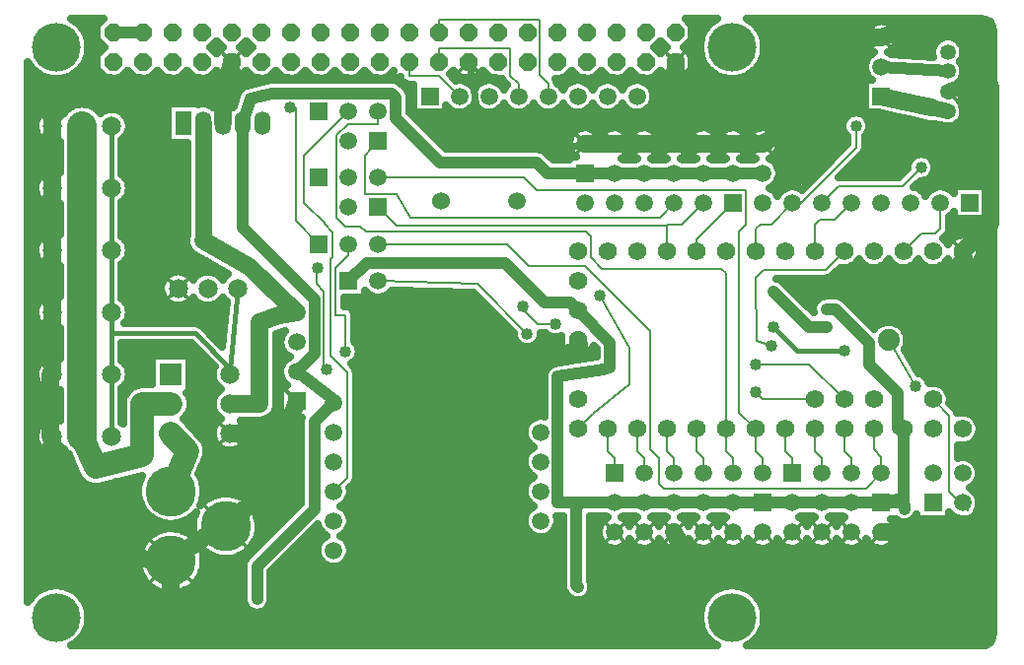
<source format=gbl>
G04 DipTrace 3.0.0.0*
G04 TeensyArbotixProRPI.gbl*
%MOIN*%
G04 #@! TF.FileFunction,Copper,L2,Bot*
G04 #@! TF.Part,Single*
%AMOUTLINE0*5,1,8,0,0,0.065199,-22.499571*%
G04 #@! TA.AperFunction,ViaPad*
%ADD13C,0.04*%
G04 #@! TA.AperFunction,CopperBalancing*
%ADD15C,0.025*%
G04 #@! TA.AperFunction,Conductor*
%ADD17C,0.02*%
%ADD18C,0.008*%
%ADD19C,0.015*%
G04 #@! TA.AperFunction,ComponentPad*
%ADD20C,0.06*%
G04 #@! TA.AperFunction,ViaPad*
%ADD21C,0.05*%
G04 #@! TA.AperFunction,Conductor*
%ADD22C,0.059055*%
%ADD24C,0.08*%
%ADD25C,0.05315*%
%ADD27C,0.024*%
%ADD30C,0.1*%
%ADD32C,0.055*%
G04 #@! TA.AperFunction,CopperBalancing*
%ADD33C,0.013*%
G04 #@! TA.AperFunction,ComponentPad*
%ADD34C,0.059055*%
%ADD40R,0.059055X0.059055*%
%ADD42C,0.17*%
%ADD45C,0.065199*%
%ADD47C,0.05315*%
%ADD49R,0.074803X0.074803*%
%ADD50C,0.074803*%
%ADD57C,0.074*%
%ADD60R,0.055X0.08*%
%ADD61O,0.055X0.08*%
%ADD62C,0.06194*%
G04 #@! TA.AperFunction,ViaPad*
%ADD64C,0.165*%
G04 #@! TA.AperFunction,ComponentPad*
%ADD128OUTLINE0*%
%FSLAX26Y26*%
G04*
G70*
G90*
G75*
G01*
G04 Bottom*
%LPD*%
X3318701Y918701D2*
D13*
X3393701D1*
Y1168701D1*
X3374568D1*
Y1290973D1*
X3277701Y1387840D1*
Y1459701D1*
X3163701Y1573701D1*
X3133701D1*
X2418701Y918701D2*
X2304082D1*
X2289303Y903923D1*
Y640868D1*
X2293701Y633701D1*
X1518701Y1668701D2*
X1581544Y1731544D1*
X2048756D1*
X2182344Y1597956D1*
X2266412D1*
X2293701Y1568701D1*
X2304571Y911626D2*
D15*
X2304082Y918701D1*
X2293701Y1568701D2*
D13*
X2402218Y1460184D1*
Y1377351D1*
X2380229Y1370520D1*
X2225223Y1345239D1*
Y918701D1*
X2304082D1*
X3318701D2*
X3393701Y933701D1*
X3396743Y898211D1*
X2418701Y918701D2*
X2518701D1*
X2618701D1*
X2718701D1*
X2818701D1*
X2918701D1*
X3018701D1*
X3118701D1*
X3218701D1*
X3318701D1*
X723229Y2510630D2*
X823229D1*
X2918701Y2033701D2*
X2818701D1*
X2718701D1*
X2618701D1*
X2518701D1*
X2418701D1*
X2318701D1*
X3318701Y2393701D2*
X3543701Y2378701D1*
X1210135Y592702D2*
Y704542D1*
X1403701Y898108D1*
Y1192505D1*
X1468701Y1257505D1*
X3133701Y1513701D2*
X3073701D1*
X2953701Y1633701D1*
X1343701Y1362126D2*
X1403701Y1422126D1*
Y1608323D1*
X1160701Y1851323D1*
Y2203701D1*
X1468701Y1257505D2*
X1473256Y1263883D1*
X1388295Y1328465D1*
X1343701Y1362126D1*
X2318701Y2033701D2*
X2190941D1*
X2154941Y2069701D1*
X1828701D1*
X1678790Y2219612D1*
Y2290084D1*
X1664109Y2304765D1*
X1261575D1*
X1187774Y2287019D1*
X1160701Y2203701D1*
X2894215Y1388044D2*
D18*
X3074358D1*
X3193701Y1268701D1*
X2106701Y1583701D2*
Y1572718D1*
X2159513Y1523125D1*
X2217710Y1523818D1*
X3093701Y1268701D2*
X2918701D1*
X2893701Y1293701D1*
X1507616Y1430777D2*
Y1554621D1*
X1474904D1*
Y1713521D1*
X1516729Y1755345D1*
Y1778355D1*
X1534047D1*
X1518701Y1793701D1*
X1443701Y1368701D2*
X1436280D1*
Y1632882D1*
X1410150Y1659012D1*
Y1723660D1*
X1413385Y1720425D1*
Y1715036D1*
X1468701Y957505D2*
X1513701Y1002505D1*
Y1360659D1*
X1457382Y1416978D1*
Y1742089D1*
X1464992Y1749700D1*
Y1833986D1*
X1436499Y1862479D1*
X1439852D1*
X1367782Y1934549D1*
Y2092782D1*
X1518701Y2243701D1*
X2368701Y1618701D2*
X2468701Y1443701D1*
Y1318701D1*
X2343701Y1218701D1*
X2293701Y1168701D1*
X3393701Y1768701D2*
X3454701Y1829701D1*
X3502701D1*
X3518701Y1845701D1*
Y1933701D1*
X2618701D2*
X2569899Y1884899D1*
X1727143D1*
X1681572Y1963830D1*
X1575941D1*
Y2094532D1*
X1618701Y2143701D1*
X2393701Y1168701D2*
Y1094701D1*
X2418701Y1069701D1*
Y1018701D1*
X2493701Y1168701D2*
Y1094701D1*
X2518701Y1069701D1*
Y1018701D1*
X2593701Y1168701D2*
Y1094701D1*
X2618701Y1069701D1*
Y1018701D1*
X2693701Y1168701D2*
Y1094701D1*
X2718701Y1069701D1*
Y1018701D1*
X2818701D2*
Y1069701D1*
X2793701Y1094701D1*
Y1168701D1*
Y1695701D1*
X2777701Y1711701D1*
X2375701D1*
X2337701Y1749701D1*
Y1819701D1*
X2321701Y1835701D1*
X1578958D1*
X1557172Y1854100D1*
X1508670D1*
X1477937Y1884832D1*
Y2162118D1*
X1517198Y2201379D1*
X1618701D1*
Y2243701D1*
X2918701Y1018701D2*
Y1069701D1*
X2893701Y1094701D1*
Y1168701D1*
X2837701Y1224701D1*
Y1835701D1*
X2861701Y1859701D1*
Y1976701D1*
X2154701D1*
X2112701Y2018701D1*
X1618701D1*
X2993701Y1168701D2*
Y1094701D1*
X3018701Y1069701D1*
Y1018701D1*
X3093701Y1168701D2*
Y1094701D1*
X3118701Y1069701D1*
Y1018701D1*
X3193701Y1168701D2*
Y1094701D1*
X3218701Y1069701D1*
Y1018701D1*
X3293701Y1168701D2*
Y1098701D1*
X3318701Y1073701D1*
Y1018701D1*
X3267701Y967701D1*
X2583701D1*
X2567701Y983701D1*
Y1069701D1*
X2537701Y1099701D1*
Y1499701D1*
X2318701Y1718701D1*
X2128701D1*
X2053701Y1793701D1*
X1618701D1*
X3193701Y1768701D2*
X3132701Y1707701D1*
X2922891D1*
X2894428Y1681125D1*
X2898984Y1467011D1*
X2949546Y1448400D1*
X3218701Y1933701D2*
X3160701Y1875701D1*
X3109701D1*
X3093701Y1859701D1*
Y1768701D1*
X3118701Y1933701D2*
X3174701Y1989701D1*
X3389701D1*
X3453701Y2053701D1*
X3233701Y2193701D2*
Y2119390D1*
X3048012Y1933701D1*
X3018701D1*
X2946701Y1861701D1*
X2909701D1*
X2893701Y1845701D1*
Y1768701D1*
X2693701D2*
Y1811701D1*
X2709701Y1827701D1*
X2712701D1*
X2818701Y1933701D1*
X2718701D2*
X2644701Y1859701D1*
X2593701D1*
Y1856986D1*
X1680416D1*
X1618701Y1918701D1*
X2593701Y1856986D2*
Y1768701D1*
X2953701Y1513701D2*
D19*
X3033701Y1433701D1*
X3193701D1*
X718701Y1353701D2*
Y1143701D1*
Y1773701D2*
Y1983701D1*
Y2193701D1*
X1118701Y1353701D2*
Y1373740D1*
X1000143Y1492298D1*
X718701D1*
Y1353701D1*
Y1773701D2*
Y1563701D1*
Y1492298D1*
X1143701Y1643701D2*
X1118701Y1368701D1*
Y1353701D1*
X518701D2*
D20*
X509701D1*
Y1143701D1*
X518701D1*
Y1014580D1*
X634267Y740974D1*
X918701Y721851D1*
X1103740Y854961D1*
Y839961D1*
X918701Y721851D2*
Y510667D1*
X2641410D1*
Y775234D1*
X2618701Y818701D1*
X1093701Y2203701D2*
Y2305742D1*
X1108990Y2338532D1*
X1123229Y2410630D1*
X518701Y1773701D2*
Y1983701D1*
Y2193701D1*
X1343701Y1262126D2*
D22*
X1323554Y1206112D1*
D20*
X1305091Y1154778D1*
X1284809Y1098389D1*
X1261620Y982104D1*
X1103740Y839961D1*
X1118701Y1153701D2*
X1305091Y1154778D1*
X518701Y2193701D2*
Y2320679D1*
X633488Y2351436D1*
X649772D1*
X846125Y2298823D1*
X1019427D1*
X1108990Y2338532D1*
X518701Y1773701D2*
Y1563701D1*
Y1353701D1*
X2318701Y2133701D2*
D22*
X2418701D1*
X2518701D1*
X2618701D1*
X2718701D1*
X2818701D1*
X2918701D1*
X3593701Y1768701D2*
D20*
X3601628Y1714050D1*
X3661344Y1324702D1*
X3667000Y1177688D1*
Y829746D1*
X3645488D1*
X3318701Y818701D1*
X3593701Y1768701D2*
X3688268Y1863268D1*
Y2325524D1*
X3647824Y2327051D1*
X3600160Y2330095D1*
D25*
X3543701Y2308701D1*
X3647824Y2327051D2*
D20*
Y2531135D1*
X3378118Y2514670D1*
D22*
X3318701Y2493701D1*
X3101572D1*
D20*
X2929664Y2332537D1*
X2962129Y2159415D1*
D22*
X2918701Y2133701D1*
X2623229Y2410630D2*
D20*
Y2178222D1*
D22*
X2618701D1*
Y2133701D1*
X3631002Y503889D2*
D20*
X3645488Y829746D1*
X3351091Y1714050D2*
D17*
X3601628D1*
X1923229Y2410630D2*
D27*
X1936701Y2343701D1*
X1963701Y2145701D1*
X2259345Y2123215D1*
X2318701Y2133701D1*
X2293701Y1468701D2*
D20*
X2301907Y1435814D1*
X2075475Y1376068D1*
Y807007D1*
X2155332Y777030D1*
X3318701Y2293701D2*
D22*
X3376811Y2280788D1*
D20*
X3488474Y2255974D1*
D25*
X3543701Y2243701D1*
X2122645Y1490757D2*
D18*
X1954701Y1658701D1*
X1618701Y1668701D1*
X1321895Y2255645D2*
X1339870D1*
Y1872532D1*
X1418701Y1793701D1*
X3435914Y1311831D2*
X3343701Y1468701D1*
X618701Y1353701D2*
D30*
Y1143701D1*
Y1773701D2*
Y1983701D1*
Y2193701D1*
X918701Y1253701D2*
D24*
X822929D1*
Y1078651D1*
X663561Y1039483D1*
X618701Y1143701D1*
Y1773701D2*
D30*
Y1563701D1*
Y1353701D1*
X1118701Y1253701D2*
D20*
X1219344D1*
Y1529348D1*
X1285028Y1552080D1*
D22*
X1343701Y1562126D1*
X1219344Y1529348D2*
D20*
X1228222D1*
X1026701Y2203701D2*
D32*
Y1806428D1*
D20*
X1183419Y1715946D1*
X1302483Y1603344D1*
D22*
X1343701Y1562126D1*
X918701Y1153701D2*
D24*
X973872Y1094158D1*
X918701Y958071D1*
X3493701Y1268701D2*
D18*
X3547811Y1214591D1*
Y957752D1*
X3611701Y893862D1*
Y936701D1*
X3593701Y918701D1*
X1723229Y2410630D2*
Y2363701D1*
X1823701D1*
X1893701Y2293701D1*
X1823229Y2510630D2*
Y2553701D1*
X2165701D1*
Y2365701D1*
X2193701Y2337701D1*
Y2293701D1*
X1823229Y2410630D2*
Y2455701D1*
X2065701D1*
Y2363701D1*
X2093701Y2335701D1*
Y2293701D1*
D13*
X2368701Y1618701D3*
X3631002Y503889D3*
X3351091Y1714050D3*
D21*
X2155332Y777030D3*
D13*
X2122645Y1490757D3*
X3435914Y1311831D3*
D64*
X2814961Y531496D3*
X531496D3*
Y2460630D3*
X2814961D3*
D13*
X3133701Y1573701D3*
X2293701Y633701D3*
X3396743Y898211D3*
X2953701Y1633701D3*
X1210135Y592702D3*
X3133701Y1513701D3*
X2894215Y1388044D3*
X2893701Y1293701D3*
X1507616Y1430777D3*
X2949546Y1448400D3*
X3453701Y2053701D3*
X3233701Y2193701D3*
X3193701Y1433701D3*
X2953701Y1513701D3*
X1321895Y2255645D3*
X1413385Y1715036D3*
X1443701Y1368701D3*
X2217710Y1523818D3*
X2106701Y1583701D3*
X615874Y2531057D2*
D15*
X666391D1*
X2680083D2*
X2730600D1*
X2899321D2*
X3275815D1*
X3361626D2*
X3692710D1*
X631938Y2506188D2*
X665122D1*
X2681352D2*
X2714536D1*
X2915386D2*
X3262632D1*
X3374809D2*
X3695151D1*
X639995Y2481319D2*
X671470D1*
X2675005D2*
X2706479D1*
X2923442D2*
X3262583D1*
X3374809D2*
X3505210D1*
X3582231D2*
X3695151D1*
X641899Y2456450D2*
X687876D1*
X1058550D2*
X1087876D1*
X1158550D2*
X1187876D1*
X2558550D2*
X2587876D1*
X2658550D2*
X2704526D1*
X2925395D2*
X3275718D1*
X3361723D2*
X3490708D1*
X3596684D2*
X3695151D1*
X637993Y2431582D2*
X666538D1*
X2679888D2*
X2708432D1*
X2921489D2*
X3276304D1*
X3437016D2*
X3490561D1*
X3596831D2*
X3695151D1*
X627593Y2406713D2*
X665122D1*
X2681352D2*
X2718882D1*
X2911040D2*
X3262729D1*
X3590093D2*
X3695151D1*
X438725Y2381844D2*
X455140D1*
X607866D2*
X671030D1*
X2675444D2*
X2738608D1*
X2891313D2*
X3262485D1*
X3598198D2*
X3695151D1*
X438725Y2356975D2*
X498667D1*
X564311D2*
X698423D1*
X748003D2*
X798423D1*
X848003D2*
X898423D1*
X948003D2*
X998423D1*
X1048003D2*
X1098423D1*
X1148003D2*
X1198423D1*
X1248003D2*
X1298423D1*
X1348003D2*
X1398423D1*
X1448003D2*
X1498423D1*
X1548003D2*
X1598423D1*
X1648003D2*
X1692026D1*
X1874663D2*
X1898423D1*
X1948003D2*
X1998423D1*
X2248003D2*
X2298423D1*
X2348003D2*
X2398423D1*
X2448003D2*
X2498423D1*
X2548003D2*
X2598423D1*
X2648003D2*
X2782114D1*
X2847807D2*
X3275229D1*
X3593511D2*
X3695151D1*
X438725Y2332107D2*
X1178159D1*
X1703618D2*
X1736167D1*
X1935600D2*
X1951792D1*
X2035600D2*
X2051792D1*
X2235600D2*
X2251792D1*
X2335600D2*
X2351792D1*
X2435600D2*
X2451792D1*
X2535600D2*
X3261167D1*
X3592729D2*
X3695151D1*
X438725Y2307238D2*
X1144516D1*
X1723442D2*
X1736167D1*
X2549516D2*
X3261167D1*
X3598247D2*
X3695151D1*
X438725Y2282369D2*
X1135923D1*
X2550054D2*
X3261167D1*
X3591118D2*
X3695151D1*
X438725Y2257500D2*
X575815D1*
X661577D2*
X904184D1*
X2537651D2*
X3261167D1*
X3596391D2*
X3695151D1*
X438725Y2232631D2*
X473081D1*
X764311D2*
X904184D1*
X1732622D2*
X3207651D1*
X3259770D2*
X3337339D1*
X3597075D2*
X3695151D1*
X438725Y2207763D2*
X459848D1*
X777593D2*
X904184D1*
X1757475D2*
X3187925D1*
X3279497D2*
X3447104D1*
X3583891D2*
X3695151D1*
X438725Y2182894D2*
X459116D1*
X778276D2*
X904184D1*
X1782378D2*
X2291538D1*
X2345854D2*
X2391538D1*
X2445854D2*
X2491538D1*
X2545854D2*
X2591538D1*
X2645854D2*
X2691538D1*
X2745854D2*
X2791538D1*
X2845854D2*
X2891538D1*
X2945854D2*
X3186997D1*
X3280376D2*
X3695151D1*
X438725Y2158025D2*
X470347D1*
X767046D2*
X904184D1*
X1807231D2*
X2266831D1*
X2970561D2*
X3201694D1*
X3265679D2*
X3695151D1*
X438725Y2133156D2*
X540708D1*
X754204D2*
X971177D1*
X1832085D2*
X2261167D1*
X2976225D2*
X3201694D1*
X3265679D2*
X3695151D1*
X438725Y2108288D2*
X540708D1*
X754204D2*
X971177D1*
X2181548D2*
X2267417D1*
X2970024D2*
X3178403D1*
X3263530D2*
X3695151D1*
X438725Y2083419D2*
X540708D1*
X754204D2*
X971177D1*
X2208061D2*
X2261167D1*
X2444780D2*
X2492612D1*
X2544780D2*
X2592612D1*
X2644780D2*
X2692612D1*
X2744780D2*
X2792612D1*
X2844780D2*
X2892612D1*
X2944780D2*
X3153501D1*
X3241948D2*
X3416733D1*
X3490679D2*
X3695151D1*
X438725Y2058550D2*
X540708D1*
X754204D2*
X971177D1*
X2970317D2*
X3128647D1*
X3217095D2*
X3405942D1*
X3501421D2*
X3695151D1*
X438725Y2033681D2*
X486557D1*
X754204D2*
X971177D1*
X2976225D2*
X3103794D1*
X3192192D2*
X3389438D1*
X3497075D2*
X3695151D1*
X438725Y2008813D2*
X463804D1*
X773589D2*
X971177D1*
X2970268D2*
X3078891D1*
X3463628D2*
X3695151D1*
X438725Y1983944D2*
X458067D1*
X779302D2*
X971177D1*
X2944682D2*
X2993735D1*
X3443657D2*
X3493735D1*
X3543657D2*
X3561167D1*
X3676225D2*
X3695177D1*
X438725Y1959075D2*
X463559D1*
X773833D2*
X971177D1*
X3676225D2*
X3695177D1*
X438725Y1934206D2*
X485776D1*
X754204D2*
X971177D1*
X3676225D2*
X3695177D1*
X438725Y1909337D2*
X540708D1*
X754204D2*
X971177D1*
X3676225D2*
X3695177D1*
X438725Y1884469D2*
X540708D1*
X754204D2*
X971177D1*
X3676225D2*
X3695177D1*
X438725Y1859600D2*
X540708D1*
X754204D2*
X971177D1*
X3550688D2*
X3695151D1*
X438725Y1834731D2*
X540708D1*
X754204D2*
X971177D1*
X3548589D2*
X3695151D1*
X438725Y1809862D2*
X470737D1*
X766655D2*
X968784D1*
X3534868D2*
X3552524D1*
X3634868D2*
X3695151D1*
X438725Y1784994D2*
X459214D1*
X778179D2*
X972983D1*
X3650249D2*
X3695151D1*
X438725Y1760125D2*
X459702D1*
X777690D2*
X993589D1*
X3652007D2*
X3695151D1*
X438725Y1735256D2*
X472641D1*
X764751D2*
X1036460D1*
X3641704D2*
X3695151D1*
X438725Y1710387D2*
X540708D1*
X754204D2*
X1079526D1*
X3179595D2*
X3695151D1*
X438725Y1685519D2*
X540708D1*
X754204D2*
X900864D1*
X986528D2*
X1000864D1*
X1086528D2*
X1100864D1*
X3154643D2*
X3695151D1*
X438725Y1660650D2*
X540708D1*
X754204D2*
X885630D1*
X2993608D2*
X3695151D1*
X438725Y1635781D2*
X540708D1*
X754204D2*
X883628D1*
X1665288D2*
X1730649D1*
X3018462D2*
X3695151D1*
X438725Y1610912D2*
X482358D1*
X755083D2*
X893247D1*
X1506889D2*
X1958286D1*
X3043315D2*
X3105014D1*
X3192388D2*
X3695151D1*
X438725Y1586044D2*
X462583D1*
X774809D2*
X934067D1*
X953357D2*
X1034067D1*
X1053357D2*
X1102817D1*
X1506889D2*
X1983139D1*
X3068218D2*
X3087388D1*
X3218218D2*
X3695151D1*
X438725Y1561175D2*
X458164D1*
X779253D2*
X1100571D1*
X1538872D2*
X2007993D1*
X3243071D2*
X3695151D1*
X438725Y1536306D2*
X464975D1*
X772417D2*
X1098325D1*
X1539604D2*
X2032895D1*
X3267925D2*
X3695151D1*
X438725Y1511437D2*
X490805D1*
X1030180D2*
X1096030D1*
X1539604D2*
X2057749D1*
X3391802D2*
X3695151D1*
X438725Y1486568D2*
X540708D1*
X1055034D2*
X1093784D1*
X1277348D2*
X1291868D1*
X1539604D2*
X2074839D1*
X2170464D2*
X2189097D1*
X3406108D2*
X3695151D1*
X438725Y1461700D2*
X540708D1*
X1543511D2*
X2085141D1*
X2160161D2*
X2235190D1*
X3408305D2*
X3695151D1*
X438725Y1436831D2*
X540708D1*
X754204D2*
X1006430D1*
X1277348D2*
X1292334D1*
X1555229D2*
X2244565D1*
X3399956D2*
X3695151D1*
X438725Y1411962D2*
X540708D1*
X754204D2*
X853305D1*
X984087D2*
X1031333D1*
X1277348D2*
X1317856D1*
X1551567D2*
X2349155D1*
X3413774D2*
X3695151D1*
X438725Y1387093D2*
X468638D1*
X768755D2*
X853305D1*
X984087D2*
X1056186D1*
X1277348D2*
X1292148D1*
X1531499D2*
X2204868D1*
X3428374D2*
X3695151D1*
X438725Y1362225D2*
X458725D1*
X778667D2*
X853305D1*
X984087D2*
X1058725D1*
X1545659D2*
X2180503D1*
X3443022D2*
X3695151D1*
X438725Y1337356D2*
X460434D1*
X776958D2*
X853305D1*
X984087D2*
X1060434D1*
X1277348D2*
X1292055D1*
X1545708D2*
X2177231D1*
X3476079D2*
X3695151D1*
X438725Y1312487D2*
X475229D1*
X762163D2*
X791538D1*
X984087D2*
X1075229D1*
X1545708D2*
X2177231D1*
X3531841D2*
X3695151D1*
X438725Y1287618D2*
X540708D1*
X977251D2*
X1069028D1*
X1545708D2*
X2177231D1*
X3549419D2*
X3695151D1*
X438725Y1262750D2*
X540708D1*
X986089D2*
X1058823D1*
X1545708D2*
X2177231D1*
X3552348D2*
X3695151D1*
X438725Y1237881D2*
X540708D1*
X984770D2*
X1060288D1*
X1545708D2*
X2177231D1*
X3568755D2*
X3695151D1*
X438725Y1213012D2*
X540708D1*
X972514D2*
X1074741D1*
X1259575D2*
X1286167D1*
X1545708D2*
X2177231D1*
X3631206D2*
X3695151D1*
X438725Y1188143D2*
X478794D1*
X978569D2*
X1069419D1*
X1167973D2*
X1355698D1*
X1545708D2*
X2120493D1*
X3649223D2*
X3695151D1*
X438725Y1163274D2*
X461509D1*
X1001616D2*
X1058872D1*
X1178520D2*
X1355698D1*
X1545708D2*
X2111460D1*
X3652397D2*
X3695151D1*
X438725Y1138406D2*
X458360D1*
X1024663D2*
X1060141D1*
X1177251D2*
X1355698D1*
X1545708D2*
X2114585D1*
X3643852D2*
X3695151D1*
X438725Y1113537D2*
X466538D1*
X1038921D2*
X1074204D1*
X1163188D2*
X1355698D1*
X1545708D2*
X2133091D1*
X3608257D2*
X3695151D1*
X438725Y1088668D2*
X497593D1*
X539848D2*
X564536D1*
X1041655D2*
X1355698D1*
X1545708D2*
X2120835D1*
X3579790D2*
X3695151D1*
X438725Y1063799D2*
X579282D1*
X1034722D2*
X1355698D1*
X1545708D2*
X2111557D1*
X3627739D2*
X3695151D1*
X438725Y1038931D2*
X589975D1*
X1024663D2*
X1355698D1*
X1545708D2*
X2114389D1*
X3647368D2*
X3695151D1*
X438725Y1014062D2*
X600669D1*
X1016460D2*
X1355698D1*
X1545708D2*
X2132407D1*
X3651030D2*
X3695151D1*
X438725Y989193D2*
X619077D1*
X735893D2*
X810190D1*
X1027251D2*
X1355698D1*
X1542534D2*
X2121225D1*
X3642632D2*
X3695151D1*
X438725Y964324D2*
X805893D1*
X1031548D2*
X1355698D1*
X1525786D2*
X2111606D1*
X3626958D2*
X3695151D1*
X438725Y939456D2*
X807261D1*
X1030132D2*
X1053159D1*
X1154302D2*
X1355698D1*
X1523198D2*
X2114194D1*
X3647173D2*
X3695151D1*
X438725Y914587D2*
X814634D1*
X1187749D2*
X1353354D1*
X1505620D2*
X2131772D1*
X3651079D2*
X3695151D1*
X438725Y889718D2*
X829380D1*
X1204888D2*
X1328452D1*
X1515825D2*
X2121567D1*
X3643413D2*
X3695151D1*
X438725Y864849D2*
X856870D1*
X980522D2*
X993576D1*
X1213921D2*
X1303598D1*
X1525737D2*
X2111655D1*
X2225737D2*
X2241294D1*
X2337309D2*
X2386216D1*
X2451177D2*
X2486216D1*
X2551177D2*
X2586216D1*
X2651177D2*
X2686216D1*
X2751177D2*
X2786216D1*
X3051177D2*
X3086216D1*
X3151177D2*
X3186216D1*
X3551225D2*
X3579868D1*
X3619536D2*
X3695151D1*
X438725Y839981D2*
X990757D1*
X1216753D2*
X1278745D1*
X1523345D2*
X2114048D1*
X2223345D2*
X2241294D1*
X2337309D2*
X2365464D1*
X3371929D2*
X3695151D1*
X438725Y815112D2*
X856919D1*
X980473D2*
X993570D1*
X1213921D2*
X1253843D1*
X1387554D2*
X1431138D1*
X1506304D2*
X2131138D1*
X2206304D2*
X2241294D1*
X2337309D2*
X2361313D1*
X3376128D2*
X3695151D1*
X438725Y790243D2*
X829429D1*
X1204936D2*
X1228989D1*
X1362700D2*
X1421958D1*
X1515434D2*
X2241294D1*
X2337309D2*
X2369126D1*
X3368315D2*
X3695151D1*
X438725Y765374D2*
X814634D1*
X1187749D2*
X1204136D1*
X1337798D2*
X1411753D1*
X1525639D2*
X2241294D1*
X2337309D2*
X2402622D1*
X2434770D2*
X2502622D1*
X2534770D2*
X2602622D1*
X2634770D2*
X2702622D1*
X2734770D2*
X2802622D1*
X2834770D2*
X2902622D1*
X2934770D2*
X3002622D1*
X3034770D2*
X3102622D1*
X3134770D2*
X3202622D1*
X3234770D2*
X3302622D1*
X3334770D2*
X3695151D1*
X438725Y740505D2*
X807309D1*
X1030132D2*
X1053061D1*
X1154399D2*
X1179233D1*
X1312944D2*
X1413852D1*
X1523540D2*
X2241294D1*
X2337309D2*
X3695151D1*
X438725Y715637D2*
X805893D1*
X1031548D2*
X1163511D1*
X1288091D2*
X1430503D1*
X1506889D2*
X2241294D1*
X2337309D2*
X3695151D1*
X438725Y690768D2*
X810141D1*
X1027251D2*
X1162143D1*
X1263188D2*
X2241294D1*
X2337309D2*
X3695151D1*
X438725Y665899D2*
X820932D1*
X1016509D2*
X1162143D1*
X1258159D2*
X2241294D1*
X2337309D2*
X3695151D1*
X438725Y641030D2*
X840854D1*
X996538D2*
X1162143D1*
X1258159D2*
X2241294D1*
X2341118D2*
X3695151D1*
X438725Y616162D2*
X461948D1*
X601030D2*
X883970D1*
X953472D2*
X1162143D1*
X1258159D2*
X2248569D1*
X2338188D2*
X2745395D1*
X2884526D2*
X3695151D1*
X623930Y591293D2*
X1162143D1*
X1258110D2*
X2274692D1*
X2312700D2*
X2722544D1*
X2907378D2*
X3695151D1*
X636186Y566424D2*
X1170493D1*
X1249761D2*
X2710288D1*
X2919634D2*
X3695151D1*
X641509Y541555D2*
X2704917D1*
X2925005D2*
X3695151D1*
X640972Y516687D2*
X2705503D1*
X2924419D2*
X3695151D1*
X634429Y491818D2*
X2711997D1*
X2917925D2*
X3695151D1*
X620561Y466949D2*
X2725864D1*
X2904057D2*
X3694077D1*
X594585Y442080D2*
X2751889D1*
X2878032D2*
X3677768D1*
X1523559Y953188D2*
X1522208Y944660D1*
X1519540Y936447D1*
X1515620Y928754D1*
X1510544Y921768D1*
X1504439Y915662D1*
X1497453Y910587D1*
X1491644Y907536D1*
X1497453Y904424D1*
X1504439Y899349D1*
X1510544Y893243D1*
X1515620Y886257D1*
X1519540Y878564D1*
X1522208Y870351D1*
X1523559Y861823D1*
Y853188D1*
X1522208Y844660D1*
X1519540Y836447D1*
X1515620Y828754D1*
X1510544Y821768D1*
X1504439Y815662D1*
X1497453Y810587D1*
X1491644Y807536D1*
X1497453Y804424D1*
X1504439Y799349D1*
X1510544Y793243D1*
X1515620Y786257D1*
X1519540Y778564D1*
X1522208Y770351D1*
X1523559Y761823D1*
Y753188D1*
X1522208Y744660D1*
X1519540Y736447D1*
X1515620Y728754D1*
X1510544Y721768D1*
X1504439Y715662D1*
X1497453Y710587D1*
X1489759Y706667D1*
X1481547Y703998D1*
X1473018Y702648D1*
X1464384D1*
X1455855Y703998D1*
X1447643Y706667D1*
X1439949Y710587D1*
X1432963Y715662D1*
X1426858Y721768D1*
X1421782Y728754D1*
X1417862Y736447D1*
X1415194Y744660D1*
X1413843Y753188D1*
Y761823D1*
X1415194Y770351D1*
X1417862Y778564D1*
X1421782Y786257D1*
X1426858Y793243D1*
X1432963Y799349D1*
X1439949Y804424D1*
X1445758Y807475D1*
X1439949Y810587D1*
X1432963Y815662D1*
X1426858Y821768D1*
X1421782Y828754D1*
X1417862Y836447D1*
X1415098Y845140D1*
X1255611Y685671D1*
X1255495Y589132D1*
X1254378Y582081D1*
X1252172Y575290D1*
X1248931Y568929D1*
X1244734Y563152D1*
X1239685Y558104D1*
X1233909Y553907D1*
X1227547Y550666D1*
X1220757Y548459D1*
X1213705Y547343D1*
X1206565D1*
X1199514Y548459D1*
X1192723Y550666D1*
X1186362Y553907D1*
X1180585Y558104D1*
X1175537Y563152D1*
X1171340Y568929D1*
X1168099Y575290D1*
X1165893Y582081D1*
X1164776Y589132D1*
X1164635Y667702D1*
X1164776Y708112D1*
X1165893Y715164D1*
X1168099Y721954D1*
X1171340Y728316D1*
X1175537Y734092D1*
X1230995Y789749D1*
X1358226Y916979D1*
X1358341Y1196075D1*
X1359458Y1203127D1*
X1360433Y1206579D1*
X1356229Y1207099D1*
X1288674D1*
Y1317154D1*
X1311984D1*
X1304791Y1323216D1*
X1299183Y1329782D1*
X1294671Y1337144D1*
X1291367Y1345122D1*
X1289351Y1353518D1*
X1288673Y1362126D1*
X1289351Y1370734D1*
X1291367Y1379131D1*
X1294671Y1387108D1*
X1299183Y1394471D1*
X1304791Y1401037D1*
X1311357Y1406644D1*
X1318719Y1411156D1*
X1320758Y1412096D1*
X1314949Y1415207D1*
X1307963Y1420283D1*
X1301858Y1426389D1*
X1296782Y1433374D1*
X1292862Y1441068D1*
X1290194Y1449280D1*
X1288843Y1457809D1*
Y1466444D1*
X1290194Y1474972D1*
X1292862Y1483184D1*
X1296782Y1490878D1*
X1301858Y1497864D1*
X1303244Y1499363D1*
X1274801Y1489811D1*
X1274673Y1249347D1*
X1273311Y1240745D1*
X1270619Y1232462D1*
X1266666Y1224702D1*
X1261547Y1217657D1*
X1255388Y1211498D1*
X1248343Y1206379D1*
X1240583Y1202426D1*
X1232300Y1199734D1*
X1223699Y1198372D1*
X1169344Y1198201D1*
X1156014D1*
X1161903Y1192549D1*
X1166544Y1186665D1*
X1170390Y1180231D1*
X1173375Y1173357D1*
X1175450Y1166155D1*
X1176581Y1158746D1*
X1176747Y1151202D1*
X1175942Y1143750D1*
X1174185Y1136464D1*
X1171505Y1129465D1*
X1167945Y1122870D1*
X1163567Y1116787D1*
X1158441Y1111318D1*
X1152655Y1106555D1*
X1146303Y1102577D1*
X1139492Y1099449D1*
X1132336Y1097224D1*
X1124952Y1095938D1*
X1117464Y1095614D1*
X1109997Y1096257D1*
X1102674Y1097855D1*
X1095619Y1100383D1*
X1088947Y1103798D1*
X1082771Y1108044D1*
X1077192Y1113049D1*
X1072304Y1118730D1*
X1068189Y1124994D1*
X1064914Y1131735D1*
X1062533Y1138842D1*
X1061088Y1146196D1*
X1060601Y1153675D1*
X1061081Y1161155D1*
X1062520Y1168510D1*
X1064894Y1175619D1*
X1068163Y1182363D1*
X1072273Y1188630D1*
X1077156Y1194316D1*
X1082730Y1199327D1*
X1089115Y1203698D1*
X1080968Y1209522D1*
X1074522Y1215968D1*
X1069163Y1223344D1*
X1065024Y1231467D1*
X1062207Y1240138D1*
X1060780Y1249143D1*
Y1258259D1*
X1062207Y1267264D1*
X1065024Y1275935D1*
X1069163Y1284058D1*
X1074522Y1291434D1*
X1080968Y1297880D1*
X1089137Y1303683D1*
X1080968Y1309522D1*
X1074522Y1315968D1*
X1069163Y1323344D1*
X1065024Y1331467D1*
X1062207Y1340138D1*
X1060780Y1349143D1*
Y1358259D1*
X1062207Y1367264D1*
X1065024Y1375935D1*
X1066538Y1379220D1*
X986504Y1459269D1*
X751657Y1459298D1*
X751701Y1401527D1*
X759784Y1394784D1*
X765705Y1387851D1*
X770468Y1380078D1*
X773957Y1371655D1*
X776085Y1362790D1*
X776801Y1353701D1*
X776085Y1344612D1*
X773957Y1335747D1*
X770468Y1327324D1*
X765705Y1319551D1*
X759784Y1312618D1*
X752851Y1306697D1*
X751710Y1305935D1*
X751701Y1191543D1*
X757441Y1186949D1*
X757631Y1258840D1*
X759239Y1268992D1*
X762415Y1278767D1*
X767081Y1287925D1*
X773123Y1296240D1*
X780390Y1303508D1*
X788706Y1309549D1*
X797864Y1314215D1*
X807639Y1317391D1*
X817790Y1318999D1*
X855791Y1319201D1*
X855800Y1416602D1*
X981603D1*
Y1290799D1*
X972667D1*
X977062Y1283437D1*
X980995Y1273942D1*
X983395Y1263947D1*
X984201Y1253701D1*
X983395Y1243455D1*
X980995Y1233460D1*
X977062Y1223965D1*
X971692Y1215201D1*
X965017Y1207385D1*
X961003Y1203708D1*
X966747Y1198219D1*
X1025262Y1134769D1*
X1030983Y1126229D1*
X1035297Y1116900D1*
X1038098Y1107011D1*
X1039318Y1096806D1*
X1038927Y1086535D1*
X1036933Y1076452D1*
X1034573Y1069549D1*
X1012918Y1015807D1*
X1017157Y1008237D1*
X1020790Y1000358D1*
X1023793Y992217D1*
X1026148Y983867D1*
X1027841Y975357D1*
X1028860Y966741D1*
X1029201Y958071D1*
X1028860Y949401D1*
X1027841Y940785D1*
X1026148Y932275D1*
X1023793Y923925D1*
X1017938Y909598D1*
X1026364Y918847D1*
X1035763Y927078D1*
X1046031Y934194D1*
X1057037Y940106D1*
X1068640Y944738D1*
X1080692Y948030D1*
X1093038Y949941D1*
X1105521Y950446D1*
X1117982Y949539D1*
X1130260Y947231D1*
X1142199Y943552D1*
X1153647Y938549D1*
X1164457Y932285D1*
X1174490Y924841D1*
X1183620Y916312D1*
X1191728Y906808D1*
X1198711Y896448D1*
X1204480Y885367D1*
X1208962Y873705D1*
X1212099Y861612D1*
X1213850Y849242D1*
X1214212Y837461D1*
X1213224Y825007D1*
X1210836Y812744D1*
X1207079Y800829D1*
X1202001Y789414D1*
X1195668Y778645D1*
X1188159Y768660D1*
X1179571Y759587D1*
X1170013Y751541D1*
X1159609Y744625D1*
X1148490Y738928D1*
X1136799Y734522D1*
X1124686Y731464D1*
X1112305Y729793D1*
X1099814Y729531D1*
X1087374Y730680D1*
X1075143Y733226D1*
X1063277Y737136D1*
X1051929Y742361D1*
X1041243Y748833D1*
X1031355Y756470D1*
X1022394Y765175D1*
X1018388Y769524D1*
X1023132Y757967D1*
X1026542Y745947D1*
X1028572Y733620D1*
X1029201Y721851D1*
X1028495Y709377D1*
X1026385Y697063D1*
X1022899Y685066D1*
X1018080Y673539D1*
X1011992Y662630D1*
X1004711Y652478D1*
X996330Y643212D1*
X986957Y634952D1*
X976712Y627803D1*
X965725Y621856D1*
X954137Y617187D1*
X942096Y613856D1*
X929755Y611905D1*
X917274Y611360D1*
X904811Y612227D1*
X892525Y614496D1*
X880574Y618137D1*
X869111Y623103D1*
X858281Y629332D1*
X848223Y636744D1*
X839067Y645243D1*
X830928Y654722D1*
X823912Y665059D1*
X818107Y676122D1*
X813588Y687769D1*
X810413Y699853D1*
X808622Y712217D1*
X808238Y724704D1*
X809266Y737155D1*
X811693Y749411D1*
X815488Y761314D1*
X820602Y772712D1*
X826971Y783461D1*
X834512Y793421D1*
X843129Y802467D1*
X852712Y810483D1*
X863138Y817365D1*
X874275Y823027D1*
X885980Y827395D1*
X898103Y830414D1*
X910490Y832045D1*
X922981Y832268D1*
X935418Y831079D1*
X947641Y828494D1*
X959494Y824545D1*
X970825Y819284D1*
X981490Y812778D1*
X991353Y805109D1*
X1000287Y796376D1*
X1004207Y791968D1*
X999425Y803511D1*
X995978Y815519D1*
X993907Y827839D1*
X993241Y840315D1*
X993987Y852786D1*
X996136Y865093D1*
X999661Y877079D1*
X1004361Y888264D1*
X996836Y879936D1*
X990465Y874046D1*
X983651Y868675D1*
X976437Y863854D1*
X968867Y859615D1*
X960988Y855982D1*
X952847Y852979D1*
X944497Y850624D1*
X935987Y848932D1*
X927371Y847912D1*
X918701Y847571D1*
X910031Y847912D1*
X901415Y848932D1*
X892905Y850624D1*
X884555Y852979D1*
X876414Y855982D1*
X868535Y859615D1*
X860965Y863854D1*
X853751Y868675D1*
X846937Y874046D1*
X840566Y879936D1*
X834676Y886307D1*
X829305Y893121D1*
X824484Y900335D1*
X820245Y907905D1*
X816612Y915785D1*
X813609Y923925D1*
X811254Y932275D1*
X809561Y940785D1*
X808542Y949401D1*
X808201Y958071D1*
X808542Y966741D1*
X809561Y975357D1*
X811254Y983867D1*
X813609Y992217D1*
X816612Y1000358D1*
X821752Y1010928D1*
X674155Y974846D1*
X663913Y973984D1*
X653662Y974735D1*
X643655Y977081D1*
X634138Y980963D1*
X625346Y986286D1*
X617495Y992919D1*
X610778Y1000699D1*
X605615Y1008946D1*
X588571Y1048031D1*
X573378Y1083328D1*
X565314Y1090314D1*
X557620Y1099323D1*
X557093Y1100113D1*
X550595Y1095138D1*
X544079Y1091437D1*
X537139Y1088605D1*
X529893Y1086690D1*
X522461Y1085723D1*
X514966Y1085721D1*
X507534Y1086685D1*
X500287Y1088597D1*
X493347Y1091425D1*
X486828Y1095124D1*
X480840Y1099631D1*
X475482Y1104872D1*
X470843Y1110759D1*
X467001Y1117194D1*
X464018Y1124069D1*
X461946Y1131272D1*
X460818Y1138682D1*
X460654Y1146175D1*
X461455Y1153626D1*
X463209Y1160913D1*
X465887Y1167913D1*
X469443Y1174511D1*
X473819Y1180595D1*
X478942Y1186066D1*
X484726Y1190832D1*
X491076Y1194813D1*
X497886Y1197944D1*
X505042Y1200172D1*
X512425Y1201461D1*
X519912Y1201788D1*
X527380Y1201149D1*
X534703Y1199554D1*
X543207Y1196366D1*
X543201Y1300976D1*
X534752Y1297863D1*
X527431Y1296261D1*
X519964Y1295615D1*
X512476Y1295936D1*
X505091Y1297218D1*
X497934Y1299440D1*
X491121Y1302564D1*
X484768Y1306540D1*
X478979Y1311301D1*
X473852Y1316767D1*
X469470Y1322848D1*
X465908Y1329442D1*
X463225Y1336440D1*
X461464Y1343725D1*
X460656Y1351176D1*
X460814Y1358669D1*
X461935Y1366080D1*
X464001Y1373284D1*
X466977Y1380163D1*
X470814Y1386601D1*
X475448Y1392492D1*
X480801Y1397737D1*
X486785Y1402249D1*
X493300Y1405954D1*
X500238Y1408789D1*
X507483Y1410708D1*
X514915Y1411677D1*
X522410Y1411682D1*
X529843Y1410722D1*
X537091Y1408814D1*
X543207Y1406366D1*
X543201Y1510976D1*
X534752Y1507863D1*
X527431Y1506261D1*
X519964Y1505615D1*
X512476Y1505936D1*
X505091Y1507218D1*
X497934Y1509440D1*
X491121Y1512564D1*
X484768Y1516540D1*
X478979Y1521301D1*
X473852Y1526767D1*
X469470Y1532848D1*
X465908Y1539442D1*
X463225Y1546440D1*
X461464Y1553725D1*
X460656Y1561176D1*
X460814Y1568669D1*
X461935Y1576080D1*
X464001Y1583284D1*
X466977Y1590163D1*
X470814Y1596601D1*
X475448Y1602492D1*
X480801Y1607737D1*
X486785Y1612249D1*
X493300Y1615954D1*
X500238Y1618789D1*
X507483Y1620708D1*
X514915Y1621677D1*
X522410Y1621682D1*
X529843Y1620722D1*
X537091Y1618814D1*
X543207Y1616366D1*
X543201Y1720976D1*
X534752Y1717863D1*
X527431Y1716261D1*
X519964Y1715615D1*
X512476Y1715936D1*
X505091Y1717218D1*
X497934Y1719440D1*
X491121Y1722564D1*
X484768Y1726540D1*
X478979Y1731301D1*
X473852Y1736767D1*
X469470Y1742848D1*
X465908Y1749442D1*
X463225Y1756440D1*
X461464Y1763725D1*
X460656Y1771176D1*
X460814Y1778669D1*
X461935Y1786080D1*
X464001Y1793284D1*
X466977Y1800163D1*
X470814Y1806601D1*
X475448Y1812492D1*
X480801Y1817737D1*
X486785Y1822249D1*
X493300Y1825954D1*
X500238Y1828789D1*
X507483Y1830708D1*
X514915Y1831677D1*
X522410Y1831682D1*
X529843Y1830722D1*
X537091Y1828814D1*
X543207Y1826366D1*
X543201Y1930976D1*
X534752Y1927863D1*
X527431Y1926261D1*
X519964Y1925615D1*
X512476Y1925936D1*
X505091Y1927218D1*
X497934Y1929440D1*
X491121Y1932564D1*
X484768Y1936540D1*
X478979Y1941301D1*
X473852Y1946767D1*
X469470Y1952848D1*
X465908Y1959442D1*
X463225Y1966440D1*
X461464Y1973725D1*
X460656Y1981176D1*
X460814Y1988669D1*
X461935Y1996080D1*
X464001Y2003284D1*
X466977Y2010163D1*
X470814Y2016601D1*
X475448Y2022492D1*
X480801Y2027737D1*
X486785Y2032249D1*
X493300Y2035954D1*
X500238Y2038789D1*
X507483Y2040708D1*
X514915Y2041677D1*
X522410Y2041682D1*
X529843Y2040722D1*
X537091Y2038814D1*
X543207Y2036366D1*
X543201Y2140976D1*
X534752Y2137863D1*
X527431Y2136261D1*
X519964Y2135615D1*
X512476Y2135936D1*
X505091Y2137218D1*
X497934Y2139440D1*
X491121Y2142564D1*
X484768Y2146540D1*
X478979Y2151301D1*
X473852Y2156767D1*
X469470Y2162848D1*
X465908Y2169442D1*
X463225Y2176440D1*
X461464Y2183725D1*
X460656Y2191176D1*
X460814Y2198669D1*
X461935Y2206080D1*
X464001Y2213284D1*
X466977Y2220163D1*
X470814Y2226601D1*
X475448Y2232492D1*
X480801Y2237737D1*
X486785Y2242249D1*
X493300Y2245954D1*
X500238Y2248789D1*
X507483Y2250708D1*
X514915Y2251677D1*
X522410Y2251682D1*
X529843Y2250722D1*
X537091Y2248814D1*
X544032Y2245988D1*
X550552Y2242292D1*
X557073Y2237311D1*
X565314Y2247088D1*
X574323Y2254782D1*
X584425Y2260972D1*
X595370Y2265506D1*
X606890Y2268272D1*
X618701Y2269201D1*
X630512Y2268272D1*
X642032Y2265506D1*
X652977Y2260972D1*
X663079Y2254782D1*
X672088Y2247088D1*
X679782Y2238079D1*
X680309Y2237289D1*
X688344Y2243239D1*
X696467Y2247378D1*
X705138Y2250195D1*
X714143Y2251622D1*
X723259D1*
X732264Y2250195D1*
X740935Y2247378D1*
X749058Y2243239D1*
X756434Y2237880D1*
X762880Y2231434D1*
X768239Y2224058D1*
X772378Y2215935D1*
X775195Y2207264D1*
X776622Y2198259D1*
Y2189143D1*
X775195Y2180138D1*
X772378Y2171467D1*
X768239Y2163344D1*
X762880Y2155968D1*
X756434Y2149522D1*
X751710Y2145935D1*
X751701Y2031543D1*
X759784Y2024784D1*
X765705Y2017851D1*
X770468Y2010078D1*
X773957Y2001655D1*
X776085Y1992790D1*
X776801Y1983701D1*
X776085Y1974612D1*
X773957Y1965747D1*
X770468Y1957324D1*
X765705Y1949551D1*
X759784Y1942618D1*
X752851Y1936697D1*
X751710Y1935935D1*
X751701Y1821543D1*
X759784Y1814784D1*
X765705Y1807851D1*
X770468Y1800078D1*
X773957Y1791655D1*
X776085Y1782790D1*
X776801Y1773701D1*
X776085Y1764612D1*
X773957Y1755747D1*
X770468Y1747324D1*
X765705Y1739551D1*
X759784Y1732618D1*
X752851Y1726697D1*
X751710Y1725935D1*
X751701Y1611543D1*
X759784Y1604784D1*
X765705Y1597851D1*
X770468Y1590078D1*
X773957Y1581655D1*
X776085Y1572790D1*
X776801Y1563701D1*
X776085Y1554612D1*
X773957Y1545747D1*
X770468Y1537324D1*
X765705Y1529551D1*
X762263Y1525301D1*
X1002732Y1525196D1*
X1010341Y1523683D1*
X1017386Y1520435D1*
X1023478Y1515633D1*
X1092635Y1446476D1*
X1106503Y1599023D1*
X1099522Y1605968D1*
X1093719Y1614137D1*
X1087880Y1605968D1*
X1081434Y1599522D1*
X1074058Y1594163D1*
X1065935Y1590024D1*
X1057264Y1587207D1*
X1048259Y1585780D1*
X1039143D1*
X1030138Y1587207D1*
X1021467Y1590024D1*
X1013344Y1594163D1*
X1005968Y1599522D1*
X999522Y1605968D1*
X993719Y1614137D1*
X988567Y1606787D1*
X983441Y1601318D1*
X977655Y1596555D1*
X971303Y1592577D1*
X964492Y1589449D1*
X957336Y1587224D1*
X949952Y1585938D1*
X942464Y1585614D1*
X934997Y1586257D1*
X927674Y1587855D1*
X920619Y1590383D1*
X913947Y1593798D1*
X907771Y1598044D1*
X902192Y1603049D1*
X897304Y1608730D1*
X893189Y1614994D1*
X889914Y1621735D1*
X887533Y1628842D1*
X886088Y1636196D1*
X885601Y1643675D1*
X886081Y1651155D1*
X887520Y1658510D1*
X889894Y1665619D1*
X893163Y1672363D1*
X897273Y1678630D1*
X902156Y1684316D1*
X907730Y1689327D1*
X913903Y1693577D1*
X920572Y1696998D1*
X927625Y1699532D1*
X934946Y1701137D1*
X942413Y1701786D1*
X949901Y1701469D1*
X957286Y1700190D1*
X964444Y1697972D1*
X971258Y1694850D1*
X977613Y1690877D1*
X983404Y1686119D1*
X988534Y1680655D1*
X993695Y1673277D1*
X999522Y1681434D1*
X1005968Y1687880D1*
X1013344Y1693239D1*
X1021467Y1697378D1*
X1030138Y1700195D1*
X1039143Y1701622D1*
X1048259D1*
X1057264Y1700195D1*
X1065935Y1697378D1*
X1074058Y1693239D1*
X1081434Y1687880D1*
X1087880Y1681434D1*
X1093683Y1673265D1*
X1099522Y1681434D1*
X1105968Y1687880D1*
X1112618Y1692754D1*
X995265Y1760689D1*
X988497Y1766170D1*
X982670Y1772642D1*
X977927Y1779946D1*
X974384Y1787902D1*
X972130Y1796314D1*
X971220Y1804975D1*
X971676Y1813672D1*
X973700Y1822820D1*
X973701Y2138215D1*
X906701Y2138201D1*
Y2269201D1*
X1012701D1*
Y2267296D1*
X1018410Y2268548D1*
X1026701Y2269201D1*
X1034992Y2268548D1*
X1043079Y2266607D1*
X1050762Y2263424D1*
X1057854Y2259079D1*
X1060164Y2257257D1*
X1067630Y2262345D1*
X1074399Y2265561D1*
X1081553Y2267790D1*
X1088951Y2268988D1*
X1096443Y2269130D1*
X1103881Y2268214D1*
X1111115Y2266259D1*
X1118001Y2263302D1*
X1124401Y2259404D1*
X1127196Y2257257D1*
X1131211Y2260190D1*
X1145738Y2304432D1*
X1148980Y2310793D1*
X1153177Y2316569D1*
X1158225Y2321618D1*
X1164002Y2325814D1*
X1170363Y2329056D1*
X1177136Y2331258D1*
X1254441Y2349703D1*
X1261575Y2350265D1*
X1667679Y2350125D1*
X1674731Y2349008D1*
X1681521Y2346802D1*
X1687883Y2343560D1*
X1693659Y2339364D1*
X1713389Y2319634D1*
X1717585Y2313858D1*
X1720827Y2307496D1*
X1723033Y2300706D1*
X1724150Y2293654D1*
X1724290Y2238473D1*
X1847517Y2115232D1*
X2158511Y2115061D1*
X2165563Y2113944D1*
X2172353Y2111738D1*
X2178715Y2108496D1*
X2184491Y2104300D1*
X2209799Y2079190D1*
X2263646Y2079201D1*
X2263674Y2088728D1*
X2286965D1*
X2279548Y2095035D1*
X2274657Y2100713D1*
X2270584Y2107004D1*
X2267402Y2113789D1*
X2265173Y2120944D1*
X2263936Y2128335D1*
X2263714Y2135826D1*
X2264513Y2143278D1*
X2266317Y2150552D1*
X2269092Y2157513D1*
X2272788Y2164033D1*
X2277335Y2169990D1*
X2282649Y2175274D1*
X2288632Y2179787D1*
X2295173Y2183445D1*
X2302150Y2186180D1*
X2309434Y2187943D1*
X2316890Y2188699D1*
X2324380Y2188435D1*
X2331764Y2187156D1*
X2338906Y2184885D1*
X2345673Y2181665D1*
X2351940Y2177555D1*
X2357590Y2172632D1*
X2362519Y2166987D1*
X2366636Y2160725D1*
X2368692Y2156678D1*
X2372788Y2164033D1*
X2377335Y2169990D1*
X2382649Y2175274D1*
X2388632Y2179787D1*
X2395173Y2183445D1*
X2402150Y2186180D1*
X2409434Y2187943D1*
X2416890Y2188699D1*
X2424380Y2188435D1*
X2431764Y2187156D1*
X2438906Y2184885D1*
X2445673Y2181665D1*
X2451940Y2177555D1*
X2457590Y2172632D1*
X2462519Y2166987D1*
X2466636Y2160725D1*
X2468692Y2156678D1*
X2472788Y2164033D1*
X2477335Y2169990D1*
X2482649Y2175274D1*
X2488632Y2179787D1*
X2495173Y2183445D1*
X2502150Y2186180D1*
X2509434Y2187943D1*
X2516890Y2188699D1*
X2524380Y2188435D1*
X2531764Y2187156D1*
X2538906Y2184885D1*
X2545673Y2181665D1*
X2551940Y2177555D1*
X2557590Y2172632D1*
X2562519Y2166987D1*
X2566636Y2160725D1*
X2568692Y2156678D1*
X2572788Y2164033D1*
X2577335Y2169990D1*
X2582649Y2175274D1*
X2588632Y2179787D1*
X2595173Y2183445D1*
X2602150Y2186180D1*
X2609434Y2187943D1*
X2616890Y2188699D1*
X2624380Y2188435D1*
X2631764Y2187156D1*
X2638906Y2184885D1*
X2645673Y2181665D1*
X2651940Y2177555D1*
X2657590Y2172632D1*
X2662519Y2166987D1*
X2666636Y2160725D1*
X2668692Y2156678D1*
X2672788Y2164033D1*
X2677335Y2169990D1*
X2682649Y2175274D1*
X2688632Y2179787D1*
X2695173Y2183445D1*
X2702150Y2186180D1*
X2709434Y2187943D1*
X2716890Y2188699D1*
X2724380Y2188435D1*
X2731764Y2187156D1*
X2738906Y2184885D1*
X2745673Y2181665D1*
X2751940Y2177555D1*
X2757590Y2172632D1*
X2762519Y2166987D1*
X2766636Y2160725D1*
X2768692Y2156678D1*
X2772788Y2164033D1*
X2777335Y2169990D1*
X2782649Y2175274D1*
X2788632Y2179787D1*
X2795173Y2183445D1*
X2802150Y2186180D1*
X2809434Y2187943D1*
X2816890Y2188699D1*
X2824380Y2188435D1*
X2831764Y2187156D1*
X2838906Y2184885D1*
X2845673Y2181665D1*
X2851940Y2177555D1*
X2857590Y2172632D1*
X2862519Y2166987D1*
X2866636Y2160725D1*
X2868692Y2156678D1*
X2872788Y2164033D1*
X2877335Y2169990D1*
X2882649Y2175274D1*
X2888632Y2179787D1*
X2895173Y2183445D1*
X2902150Y2186180D1*
X2909434Y2187943D1*
X2916890Y2188699D1*
X2924380Y2188435D1*
X2931764Y2187156D1*
X2938906Y2184885D1*
X2945673Y2181665D1*
X2951940Y2177555D1*
X2957590Y2172632D1*
X2962519Y2166987D1*
X2966636Y2160725D1*
X2969863Y2153961D1*
X2972141Y2146822D1*
X2973429Y2139439D1*
X2973672Y2131202D1*
X2972822Y2123756D1*
X2970969Y2116494D1*
X2968147Y2109552D1*
X2964407Y2103058D1*
X2959819Y2097132D1*
X2954469Y2091884D1*
X2948456Y2087412D1*
X2941667Y2083700D1*
X2947453Y2080620D1*
X2954439Y2075544D1*
X2960544Y2069439D1*
X2965620Y2062453D1*
X2969540Y2054759D1*
X2972208Y2046547D1*
X2973559Y2038018D1*
Y2029384D1*
X2972208Y2020855D1*
X2969540Y2012643D1*
X2965620Y2004949D1*
X2960544Y1997963D1*
X2954439Y1991858D1*
X2947453Y1986782D1*
X2941644Y1983731D1*
X2947453Y1980620D1*
X2954439Y1975544D1*
X2960544Y1969439D1*
X2965620Y1962453D1*
X2968671Y1956644D1*
X2971782Y1962453D1*
X2976858Y1969439D1*
X2982963Y1975544D1*
X2989949Y1980620D1*
X2997643Y1984540D1*
X3005855Y1987208D1*
X3014384Y1988559D1*
X3023018D1*
X3031547Y1987208D1*
X3039759Y1984540D1*
X3047453Y1980620D1*
X3050891Y1978322D1*
X3204201Y2131890D1*
X3204151Y2159103D1*
X3199103Y2164151D1*
X3194906Y2169927D1*
X3191664Y2176289D1*
X3189458Y2183079D1*
X3188341Y2190131D1*
Y2197271D1*
X3189458Y2204323D1*
X3191664Y2211113D1*
X3194906Y2217475D1*
X3199103Y2223251D1*
X3204151Y2228299D1*
X3209927Y2232496D1*
X3216289Y2235738D1*
X3223079Y2237944D1*
X3230131Y2239061D1*
X3237271D1*
X3244323Y2237944D1*
X3251113Y2235738D1*
X3257475Y2232496D1*
X3263251Y2228299D1*
X3268299Y2223251D1*
X3272496Y2217475D1*
X3275738Y2211113D1*
X3277944Y2204323D1*
X3279061Y2197271D1*
Y2190131D1*
X3277944Y2183079D1*
X3275738Y2176289D1*
X3272496Y2169927D1*
X3268299Y2164151D1*
X3263196Y2159059D1*
X3263110Y2117075D1*
X3261757Y2110274D1*
X3258854Y2103976D1*
X3254561Y2098530D1*
X3175253Y2019222D1*
X3377680Y2019400D1*
X3408341Y2050131D1*
Y2057271D1*
X3409458Y2064323D1*
X3411664Y2071113D1*
X3414906Y2077475D1*
X3419103Y2083251D1*
X3424151Y2088299D1*
X3429927Y2092496D1*
X3436289Y2095738D1*
X3443079Y2097944D1*
X3450131Y2099061D1*
X3457271D1*
X3464323Y2097944D1*
X3471113Y2095738D1*
X3477475Y2092496D1*
X3483251Y2088299D1*
X3488299Y2083251D1*
X3492496Y2077475D1*
X3495738Y2071113D1*
X3497944Y2064323D1*
X3499061Y2057271D1*
Y2050131D1*
X3497944Y2043079D1*
X3495738Y2036289D1*
X3492496Y2029927D1*
X3488299Y2024151D1*
X3483251Y2019103D1*
X3477475Y2014906D1*
X3471113Y2011664D1*
X3464323Y2009458D1*
X3457271Y2008341D1*
X3450062Y2008349D1*
X3429365Y1987646D1*
X3435705Y1986035D1*
X3443683Y1982731D1*
X3451045Y1978219D1*
X3457611Y1972611D1*
X3463219Y1966045D1*
X3467731Y1958683D1*
X3468671Y1956644D1*
X3471782Y1962453D1*
X3476858Y1969439D1*
X3482963Y1975544D1*
X3489949Y1980620D1*
X3497643Y1984540D1*
X3505855Y1987208D1*
X3514384Y1988559D1*
X3523018D1*
X3531547Y1987208D1*
X3539759Y1984540D1*
X3547453Y1980620D1*
X3554439Y1975544D1*
X3560544Y1969439D1*
X3563679Y1965358D1*
X3563674Y1988728D1*
X3673729D1*
Y1878673D1*
X3563674D1*
Y1901964D1*
X3557611Y1894791D1*
X3551045Y1889183D1*
X3548197Y1887279D1*
X3548110Y1843386D1*
X3546757Y1836585D1*
X3543854Y1830287D1*
X3539561Y1824841D1*
X3528176Y1813457D1*
X3533631Y1808631D1*
X3539386Y1801893D1*
X3543686Y1794927D1*
X3547790Y1801580D1*
X3552548Y1807370D1*
X3558031Y1812479D1*
X3564143Y1816817D1*
X3570775Y1820308D1*
X3577811Y1822889D1*
X3585127Y1824516D1*
X3592593Y1825160D1*
X3600080Y1824809D1*
X3607454Y1823471D1*
X3614585Y1821167D1*
X3621349Y1817939D1*
X3627626Y1813845D1*
X3633305Y1808954D1*
X3638287Y1803355D1*
X3642483Y1797146D1*
X3645821Y1790435D1*
X3648240Y1783342D1*
X3649698Y1775991D1*
X3650171Y1768701D1*
X3649673Y1761223D1*
X3648190Y1753877D1*
X3645747Y1746792D1*
X3642388Y1740092D1*
X3638170Y1733897D1*
X3633170Y1728315D1*
X3627474Y1723444D1*
X3621184Y1719370D1*
X3614409Y1716165D1*
X3607270Y1713886D1*
X3599891Y1712571D1*
X3592404Y1712246D1*
X3584939Y1712915D1*
X3577629Y1714567D1*
X3570602Y1717172D1*
X3563981Y1720684D1*
X3557885Y1725043D1*
X3552419Y1730170D1*
X3547680Y1735976D1*
X3543704Y1742455D1*
X3539386Y1735509D1*
X3533631Y1728771D1*
X3526893Y1723016D1*
X3519338Y1718386D1*
X3511151Y1714995D1*
X3502535Y1712926D1*
X3493701Y1712231D1*
X3484867Y1712926D1*
X3476251Y1714995D1*
X3468064Y1718386D1*
X3460509Y1723016D1*
X3453771Y1728771D1*
X3448016Y1735509D1*
X3443716Y1742475D1*
X3439386Y1735509D1*
X3433631Y1728771D1*
X3426893Y1723016D1*
X3419338Y1718386D1*
X3411151Y1714995D1*
X3402535Y1712926D1*
X3393701Y1712231D1*
X3384867Y1712926D1*
X3376251Y1714995D1*
X3368064Y1718386D1*
X3360509Y1723016D1*
X3353771Y1728771D1*
X3348016Y1735509D1*
X3343716Y1742475D1*
X3339386Y1735509D1*
X3333631Y1728771D1*
X3326893Y1723016D1*
X3319338Y1718386D1*
X3311151Y1714995D1*
X3302535Y1712926D1*
X3293701Y1712231D1*
X3284867Y1712926D1*
X3276251Y1714995D1*
X3268064Y1718386D1*
X3260509Y1723016D1*
X3253771Y1728771D1*
X3248016Y1735509D1*
X3243716Y1742475D1*
X3239386Y1735509D1*
X3233631Y1728771D1*
X3226893Y1723016D1*
X3219338Y1718386D1*
X3211151Y1714995D1*
X3202535Y1712926D1*
X3193701Y1712231D1*
X3184867Y1712926D1*
X3180502Y1713796D1*
X3151860Y1685269D1*
X3146094Y1681416D1*
X3139588Y1679016D1*
X3132701Y1678201D1*
X2964323Y1677944D1*
X2971113Y1675738D1*
X2977475Y1672496D1*
X2983251Y1668300D1*
X3038907Y1612841D1*
X3089696Y1562053D1*
X3088341Y1570131D1*
Y1577271D1*
X3089458Y1584323D1*
X3091664Y1591113D1*
X3094906Y1597475D1*
X3099102Y1603251D1*
X3104151Y1608300D1*
X3109927Y1612496D1*
X3116289Y1615738D1*
X3123079Y1617944D1*
X3130131Y1619061D1*
X3163701Y1619201D1*
X3170819Y1618641D1*
X3177761Y1616974D1*
X3184358Y1614242D1*
X3190445Y1610511D1*
X3195874Y1605874D1*
X3294517Y1507232D1*
X3299507Y1512895D1*
X3306964Y1519265D1*
X3315327Y1524389D1*
X3324387Y1528142D1*
X3333924Y1530432D1*
X3343701Y1531201D1*
X3353478Y1530432D1*
X3363015Y1528142D1*
X3372075Y1524389D1*
X3380438Y1519265D1*
X3387895Y1512895D1*
X3394265Y1505438D1*
X3399389Y1497075D1*
X3403142Y1488015D1*
X3405432Y1478478D1*
X3406201Y1468701D1*
X3405432Y1458924D1*
X3403142Y1449387D1*
X3399389Y1440327D1*
X3397057Y1436162D1*
X3443786Y1356652D1*
X3449974Y1355104D1*
X3456570Y1352372D1*
X3462658Y1348641D1*
X3468087Y1344004D1*
X3472724Y1338575D1*
X3476454Y1332487D1*
X3479187Y1325891D1*
X3479872Y1323460D1*
X3489270Y1324997D1*
X3498132D1*
X3506884Y1323611D1*
X3515311Y1320872D1*
X3523206Y1316849D1*
X3530375Y1311641D1*
X3536641Y1305375D1*
X3541849Y1298206D1*
X3545872Y1290311D1*
X3548611Y1281884D1*
X3549997Y1273132D1*
Y1264270D1*
X3548606Y1255502D1*
X3570243Y1233750D1*
X3574096Y1227984D1*
X3575870Y1223698D1*
X3580518Y1223611D1*
X3589270Y1224997D1*
X3598132D1*
X3606884Y1223611D1*
X3615311Y1220872D1*
X3623206Y1216849D1*
X3630375Y1211641D1*
X3636641Y1205375D1*
X3641849Y1198206D1*
X3645872Y1190311D1*
X3648611Y1181884D1*
X3649997Y1173132D1*
Y1164270D1*
X3648611Y1155518D1*
X3645872Y1147091D1*
X3641849Y1139196D1*
X3636641Y1132027D1*
X3630375Y1125761D1*
X3623206Y1120553D1*
X3615311Y1116530D1*
X3606884Y1113791D1*
X3598132Y1112405D1*
X3589270D1*
X3580518Y1113791D1*
X3577311Y1114591D1*
Y1071183D1*
X3585093Y1073051D1*
X3593701Y1073729D1*
X3602309Y1073051D1*
X3610705Y1071035D1*
X3618683Y1067731D1*
X3626045Y1063219D1*
X3632611Y1057611D1*
X3638219Y1051045D1*
X3642731Y1043683D1*
X3646035Y1035705D1*
X3648051Y1027309D1*
X3648729Y1018701D1*
X3648051Y1010093D1*
X3646035Y1001697D1*
X3642731Y993719D1*
X3638219Y986357D1*
X3632611Y979791D1*
X3626045Y974183D1*
X3618683Y969671D1*
X3616644Y968731D1*
X3622453Y965620D1*
X3629439Y960544D1*
X3635544Y954439D1*
X3640620Y947453D1*
X3644540Y939759D1*
X3647208Y931547D1*
X3648559Y923018D1*
Y914384D1*
X3647208Y905855D1*
X3644540Y897643D1*
X3641024Y890671D1*
X3639757Y884746D1*
X3636854Y878449D1*
X3632561Y873003D1*
X3627115Y868709D1*
X3620817Y865806D1*
X3614016Y864453D1*
X3607077Y864727D1*
X3593701Y863673D1*
X3585093Y864351D1*
X3576697Y866367D1*
X3568719Y869671D1*
X3561357Y874183D1*
X3554791Y879791D1*
X3548723Y887044D1*
X3548729Y863673D1*
X3438674D1*
Y880519D1*
X3435703Y874709D1*
X3431547Y868903D1*
X3426533Y863820D1*
X3420786Y859583D1*
X3414448Y856297D1*
X3407673Y854044D1*
X3400629Y852878D1*
X3393489Y852828D1*
X3386430Y853896D1*
X3379624Y856055D1*
X3373240Y859252D1*
X3367425Y863417D1*
X3350438Y863673D1*
X3357590Y857632D1*
X3362519Y851987D1*
X3366636Y845725D1*
X3369863Y838961D1*
X3372141Y831822D1*
X3373429Y824439D1*
X3373672Y816202D1*
X3372822Y808756D1*
X3370969Y801494D1*
X3368147Y794552D1*
X3364407Y788058D1*
X3359819Y782132D1*
X3354469Y776884D1*
X3348456Y772412D1*
X3341890Y768798D1*
X3334895Y766110D1*
X3327599Y764398D1*
X3320138Y763692D1*
X3312650Y764007D1*
X3305275Y765336D1*
X3298149Y767656D1*
X3291404Y770922D1*
X3285165Y775074D1*
X3279548Y780035D1*
X3274657Y785713D1*
X3270584Y792004D1*
X3268712Y795728D1*
X3264407Y788058D1*
X3259819Y782132D1*
X3254469Y776884D1*
X3248456Y772412D1*
X3241890Y768798D1*
X3234895Y766110D1*
X3227599Y764398D1*
X3220138Y763692D1*
X3212650Y764007D1*
X3205275Y765336D1*
X3198149Y767656D1*
X3191404Y770922D1*
X3185165Y775074D1*
X3179548Y780035D1*
X3174657Y785713D1*
X3170584Y792004D1*
X3168712Y795728D1*
X3164407Y788058D1*
X3159819Y782132D1*
X3154469Y776884D1*
X3148456Y772412D1*
X3141890Y768798D1*
X3134895Y766110D1*
X3127599Y764398D1*
X3120138Y763692D1*
X3112650Y764007D1*
X3105275Y765336D1*
X3098149Y767656D1*
X3091404Y770922D1*
X3085165Y775074D1*
X3079548Y780035D1*
X3074657Y785713D1*
X3070584Y792004D1*
X3068712Y795728D1*
X3064407Y788058D1*
X3059819Y782132D1*
X3054469Y776884D1*
X3048456Y772412D1*
X3041890Y768798D1*
X3034895Y766110D1*
X3027599Y764398D1*
X3020138Y763692D1*
X3012650Y764007D1*
X3005275Y765336D1*
X2998149Y767656D1*
X2991404Y770922D1*
X2985165Y775074D1*
X2979548Y780035D1*
X2974657Y785713D1*
X2970584Y792004D1*
X2968712Y795728D1*
X2964407Y788058D1*
X2959819Y782132D1*
X2954469Y776884D1*
X2948456Y772412D1*
X2941890Y768798D1*
X2934895Y766110D1*
X2927599Y764398D1*
X2920138Y763692D1*
X2912650Y764007D1*
X2905275Y765336D1*
X2898149Y767656D1*
X2891404Y770922D1*
X2885165Y775074D1*
X2879548Y780035D1*
X2874657Y785713D1*
X2870584Y792004D1*
X2868712Y795728D1*
X2864407Y788058D1*
X2859819Y782132D1*
X2854469Y776884D1*
X2848456Y772412D1*
X2841890Y768798D1*
X2834895Y766110D1*
X2827599Y764398D1*
X2820138Y763692D1*
X2812650Y764007D1*
X2805275Y765336D1*
X2798149Y767656D1*
X2791404Y770922D1*
X2785165Y775074D1*
X2779548Y780035D1*
X2774657Y785713D1*
X2770584Y792004D1*
X2768712Y795728D1*
X2764407Y788058D1*
X2759819Y782132D1*
X2754469Y776884D1*
X2748456Y772412D1*
X2741890Y768798D1*
X2734895Y766110D1*
X2727599Y764398D1*
X2720138Y763692D1*
X2712650Y764007D1*
X2705275Y765336D1*
X2698149Y767656D1*
X2691404Y770922D1*
X2685165Y775074D1*
X2679548Y780035D1*
X2674657Y785713D1*
X2670584Y792004D1*
X2668712Y795728D1*
X2664407Y788058D1*
X2659819Y782132D1*
X2654469Y776884D1*
X2648456Y772412D1*
X2641890Y768798D1*
X2634895Y766110D1*
X2627599Y764398D1*
X2620138Y763692D1*
X2612650Y764007D1*
X2605275Y765336D1*
X2598149Y767656D1*
X2591404Y770922D1*
X2585165Y775074D1*
X2579548Y780035D1*
X2574657Y785713D1*
X2570584Y792004D1*
X2568712Y795728D1*
X2564407Y788058D1*
X2559819Y782132D1*
X2554469Y776884D1*
X2548456Y772412D1*
X2541890Y768798D1*
X2534895Y766110D1*
X2527599Y764398D1*
X2520138Y763692D1*
X2512650Y764007D1*
X2505275Y765336D1*
X2498149Y767656D1*
X2491404Y770922D1*
X2485165Y775074D1*
X2479548Y780035D1*
X2474657Y785713D1*
X2470584Y792004D1*
X2468712Y795728D1*
X2464407Y788058D1*
X2459819Y782132D1*
X2454469Y776884D1*
X2448456Y772412D1*
X2441890Y768798D1*
X2434895Y766110D1*
X2427599Y764398D1*
X2420138Y763692D1*
X2412650Y764007D1*
X2405275Y765336D1*
X2398149Y767656D1*
X2391404Y770922D1*
X2385165Y775074D1*
X2379548Y780035D1*
X2374657Y785713D1*
X2370584Y792004D1*
X2367402Y798789D1*
X2365173Y805944D1*
X2363936Y813335D1*
X2363714Y820826D1*
X2364513Y828278D1*
X2366317Y835552D1*
X2369092Y842513D1*
X2372788Y849033D1*
X2377335Y854990D1*
X2382649Y860274D1*
X2388632Y864787D1*
X2395735Y868695D1*
X2387830Y873198D1*
X2334765Y873201D1*
X2334803Y653190D1*
X2336966Y647787D1*
X2338637Y640846D1*
X2339201Y633728D1*
X2338645Y626610D1*
X2336983Y619667D1*
X2334254Y613069D1*
X2330527Y606979D1*
X2325894Y601547D1*
X2320467Y596907D1*
X2314382Y593172D1*
X2307787Y590436D1*
X2300846Y588765D1*
X2293728Y588201D1*
X2286610Y588757D1*
X2279667Y590419D1*
X2273069Y593148D1*
X2266979Y596875D1*
X2261547Y601508D1*
X2256907Y606935D1*
X2248775Y620187D1*
X2246039Y626781D1*
X2244368Y633723D1*
X2243803Y640868D1*
Y873241D1*
X2221640Y873343D1*
X2223559Y861823D1*
Y853188D1*
X2222208Y844660D1*
X2219540Y836447D1*
X2215620Y828754D1*
X2210544Y821768D1*
X2204439Y815662D1*
X2197453Y810587D1*
X2189759Y806667D1*
X2181547Y803998D1*
X2173018Y802648D1*
X2164384D1*
X2155855Y803998D1*
X2147643Y806667D1*
X2139949Y810587D1*
X2132963Y815662D1*
X2126858Y821768D1*
X2121782Y828754D1*
X2117862Y836447D1*
X2115194Y844660D1*
X2113843Y853188D1*
Y861823D1*
X2115194Y870351D1*
X2117862Y878564D1*
X2121782Y886257D1*
X2126858Y893243D1*
X2132963Y899349D1*
X2139949Y904424D1*
X2145758Y907475D1*
X2139949Y910587D1*
X2132963Y915662D1*
X2126858Y921768D1*
X2121782Y928754D1*
X2117862Y936447D1*
X2115194Y944660D1*
X2113843Y953188D1*
Y961823D1*
X2115194Y970351D1*
X2117862Y978564D1*
X2121782Y986257D1*
X2126858Y993243D1*
X2132963Y999349D1*
X2139949Y1004424D1*
X2145758Y1007475D1*
X2139949Y1010587D1*
X2132963Y1015662D1*
X2126858Y1021768D1*
X2121782Y1028754D1*
X2117862Y1036447D1*
X2115194Y1044660D1*
X2113843Y1053188D1*
Y1061823D1*
X2115194Y1070351D1*
X2117862Y1078564D1*
X2121782Y1086257D1*
X2126858Y1093243D1*
X2132963Y1099349D1*
X2139949Y1104424D1*
X2145758Y1107475D1*
X2139949Y1110587D1*
X2132963Y1115662D1*
X2126858Y1121768D1*
X2121782Y1128754D1*
X2117862Y1136447D1*
X2115194Y1144660D1*
X2113843Y1153188D1*
Y1161823D1*
X2115194Y1170351D1*
X2117862Y1178564D1*
X2121782Y1186257D1*
X2126858Y1193243D1*
X2132963Y1199349D1*
X2139949Y1204424D1*
X2147643Y1208344D1*
X2155855Y1211013D1*
X2164384Y1212363D1*
X2173018D1*
X2179709Y1211378D1*
X2179864Y1348809D1*
X2180980Y1355861D1*
X2183187Y1362651D1*
X2186428Y1369013D1*
X2190625Y1374789D1*
X2195673Y1379838D1*
X2201450Y1384034D1*
X2207811Y1387276D1*
X2214398Y1389433D1*
X2291921Y1402218D1*
X2356739Y1412790D1*
X2356718Y1441364D1*
X2347292Y1450764D1*
X2343606Y1442275D1*
X2339667Y1435899D1*
X2334919Y1430101D1*
X2329444Y1424983D1*
X2323340Y1420635D1*
X2316714Y1417133D1*
X2309682Y1414540D1*
X2302369Y1412900D1*
X2294903Y1412244D1*
X2287417Y1412582D1*
X2280040Y1413908D1*
X2272905Y1416200D1*
X2266136Y1419416D1*
X2259852Y1423501D1*
X2254164Y1428381D1*
X2249173Y1433972D1*
X2244966Y1440174D1*
X2241618Y1446879D1*
X2239187Y1453968D1*
X2237716Y1461317D1*
X2237231Y1468796D1*
X2237741Y1476273D1*
X2239278Y1483757D1*
X2231770Y1480545D1*
X2224828Y1478878D1*
X2217710Y1478318D1*
X2210592Y1478878D1*
X2203650Y1480545D1*
X2197054Y1483277D1*
X2190966Y1487008D1*
X2185537Y1491644D1*
X2183443Y1493909D1*
X2168033Y1493724D1*
X2168004Y1487188D1*
X2166887Y1480136D1*
X2164681Y1473345D1*
X2161440Y1466984D1*
X2157243Y1461208D1*
X2152194Y1456159D1*
X2146418Y1451962D1*
X2140057Y1448721D1*
X2133266Y1446515D1*
X2126214Y1445398D1*
X2119075D1*
X2112023Y1446515D1*
X2105232Y1448721D1*
X2098871Y1451962D1*
X2093095Y1456159D1*
X2088046Y1461208D1*
X2083849Y1466984D1*
X2080608Y1473345D1*
X2078402Y1480136D1*
X2077285Y1487188D1*
X2077293Y1494397D1*
X1942099Y1629584D1*
X1664254Y1637832D1*
X1657611Y1629791D1*
X1651045Y1624183D1*
X1643683Y1619671D1*
X1635705Y1616367D1*
X1627309Y1614351D1*
X1618701Y1613673D1*
X1610093Y1614351D1*
X1601697Y1616367D1*
X1593719Y1619671D1*
X1586357Y1624183D1*
X1579791Y1629791D1*
X1573723Y1637044D1*
X1573729Y1613673D1*
X1504405Y1613521D1*
Y1584078D1*
X1512231Y1583758D1*
X1518905Y1581875D1*
X1524955Y1578487D1*
X1530048Y1573780D1*
X1533900Y1568014D1*
X1536301Y1561508D1*
X1537116Y1554621D1*
X1537166Y1465376D1*
X1542214Y1460327D1*
X1546411Y1454551D1*
X1549652Y1448189D1*
X1551859Y1441399D1*
X1552975Y1434347D1*
Y1427207D1*
X1551859Y1420155D1*
X1549652Y1413365D1*
X1546411Y1407003D1*
X1542214Y1401227D1*
X1537166Y1396179D1*
X1531389Y1391982D1*
X1526612Y1389471D1*
X1537567Y1377999D1*
X1540955Y1371948D1*
X1542838Y1365274D1*
X1543201Y1360659D1*
X1543110Y1000191D1*
X1541757Y993389D1*
X1538854Y987092D1*
X1534561Y981646D1*
X1522373Y969458D1*
X1523559Y961823D1*
Y953188D1*
X2795758Y868731D2*
X2787830Y873198D1*
X2749609Y873201D1*
X2741644Y868731D1*
X2749914Y864020D1*
X2755782Y859358D1*
X2760962Y853943D1*
X2765359Y847874D1*
X2768692Y841678D1*
X2772788Y849033D1*
X2777335Y854990D1*
X2782649Y860274D1*
X2788632Y864787D1*
X2795735Y868695D1*
X2695758Y868731D2*
X2687830Y873198D1*
X2649609Y873201D1*
X2641644Y868731D1*
X2649914Y864020D1*
X2655782Y859358D1*
X2660962Y853943D1*
X2665359Y847874D1*
X2668692Y841678D1*
X2672788Y849033D1*
X2677335Y854990D1*
X2682649Y860274D1*
X2688632Y864787D1*
X2695735Y868695D1*
X2595758Y868731D2*
X2587830Y873198D1*
X2549609Y873201D1*
X2541644Y868731D1*
X2549914Y864020D1*
X2555782Y859358D1*
X2560962Y853943D1*
X2565359Y847874D1*
X2568692Y841678D1*
X2572788Y849033D1*
X2577335Y854990D1*
X2582649Y860274D1*
X2588632Y864787D1*
X2595735Y868695D1*
X2495758Y868731D2*
X2487830Y873198D1*
X2449609Y873201D1*
X2441644Y868731D1*
X2449914Y864020D1*
X2455782Y859358D1*
X2460962Y853943D1*
X2465359Y847874D1*
X2468692Y841678D1*
X2472788Y849033D1*
X2477335Y854990D1*
X2482649Y860274D1*
X2488632Y864787D1*
X2495735Y868695D1*
X3195758Y868731D2*
X3187830Y873198D1*
X3149609Y873201D1*
X3141644Y868731D1*
X3149914Y864020D1*
X3155782Y859358D1*
X3160962Y853943D1*
X3165359Y847874D1*
X3168692Y841678D1*
X3172788Y849033D1*
X3177335Y854990D1*
X3182649Y860274D1*
X3188632Y864787D1*
X3195735Y868695D1*
X3095758Y868731D2*
X3087830Y873198D1*
X3049609Y873201D1*
X3041644Y868731D1*
X3049914Y864020D1*
X3055782Y859358D1*
X3060962Y853943D1*
X3065359Y847874D1*
X3068692Y841678D1*
X3072788Y849033D1*
X3077335Y854990D1*
X3082649Y860274D1*
X3088632Y864787D1*
X3095735Y868695D1*
X2441644Y2083671D2*
X2449572Y2079204D1*
X2487793Y2079201D1*
X2495758Y2083671D1*
X2489262Y2087211D1*
X2483218Y2091642D1*
X2477832Y2096853D1*
X2473205Y2102748D1*
X2468712Y2110728D1*
X2464407Y2103058D1*
X2459819Y2097132D1*
X2454469Y2091884D1*
X2448456Y2087412D1*
X2441667Y2083700D1*
X2541644Y2083671D2*
X2549572Y2079204D1*
X2587793Y2079201D1*
X2595758Y2083671D1*
X2589262Y2087211D1*
X2583218Y2091642D1*
X2577832Y2096853D1*
X2573205Y2102748D1*
X2568712Y2110728D1*
X2564407Y2103058D1*
X2559819Y2097132D1*
X2554469Y2091884D1*
X2548456Y2087412D1*
X2541667Y2083700D1*
X2641644Y2083671D2*
X2649572Y2079204D1*
X2687793Y2079201D1*
X2695758Y2083671D1*
X2689262Y2087211D1*
X2683218Y2091642D1*
X2677832Y2096853D1*
X2673205Y2102748D1*
X2668712Y2110728D1*
X2664407Y2103058D1*
X2659819Y2097132D1*
X2654469Y2091884D1*
X2648456Y2087412D1*
X2641667Y2083700D1*
X2741644Y2083671D2*
X2749572Y2079204D1*
X2787793Y2079201D1*
X2795758Y2083671D1*
X2789262Y2087211D1*
X2783218Y2091642D1*
X2777832Y2096853D1*
X2773205Y2102748D1*
X2768712Y2110728D1*
X2764407Y2103058D1*
X2759819Y2097132D1*
X2754469Y2091884D1*
X2748456Y2087412D1*
X2741667Y2083700D1*
X2841644Y2083671D2*
X2849572Y2079204D1*
X2887793Y2079201D1*
X2895758Y2083671D1*
X2889262Y2087211D1*
X2883218Y2091642D1*
X2877832Y2096853D1*
X2873205Y2102748D1*
X2868712Y2110728D1*
X2864407Y2103058D1*
X2859819Y2097132D1*
X2854469Y2091884D1*
X2848456Y2087412D1*
X2841667Y2083700D1*
X3276174Y2348728D2*
X3286965D1*
X3279791Y2354791D1*
X3274183Y2361357D1*
X3269671Y2368719D1*
X3266367Y2376697D1*
X3264351Y2385093D1*
X3263673Y2393701D1*
X3264351Y2402309D1*
X3266367Y2410705D1*
X3269671Y2418683D1*
X3274183Y2426045D1*
X3279791Y2432611D1*
X3286357Y2438219D1*
X3293719Y2442731D1*
X3295758Y2443671D1*
X3289262Y2447211D1*
X3283218Y2451642D1*
X3277832Y2456853D1*
X3273205Y2462748D1*
X3269421Y2469217D1*
X3266551Y2476139D1*
X3264648Y2483388D1*
X3263748Y2490828D1*
X3263868Y2498321D1*
X3265004Y2505729D1*
X3267136Y2512913D1*
X3270225Y2519742D1*
X3274213Y2526087D1*
X3279026Y2531831D1*
X3284575Y2536868D1*
X3290756Y2541105D1*
X3297456Y2544462D1*
X3304551Y2546878D1*
X3311907Y2548308D1*
X3319390Y2548724D1*
X3326860Y2548120D1*
X3334178Y2546507D1*
X3341209Y2543915D1*
X3347823Y2540391D1*
X3353897Y2536001D1*
X3359318Y2530826D1*
X3363986Y2524963D1*
X3367814Y2518520D1*
X3370730Y2511617D1*
X3372682Y2504381D1*
X3373633Y2496947D1*
X3373502Y2488708D1*
X3372315Y2481308D1*
X3370134Y2474138D1*
X3366999Y2467331D1*
X3362968Y2461014D1*
X3358116Y2455302D1*
X3352533Y2450303D1*
X3346323Y2446108D1*
X3341667Y2443700D1*
X3347453Y2440620D1*
X3352543Y2437038D1*
X3494175Y2427609D1*
X3492267Y2435555D1*
X3491626Y2443701D1*
X3492267Y2451847D1*
X3494175Y2459793D1*
X3497302Y2467342D1*
X3501572Y2474310D1*
X3506879Y2480523D1*
X3513092Y2485830D1*
X3520060Y2490100D1*
X3527609Y2493227D1*
X3535555Y2495135D1*
X3543701Y2495776D1*
X3551847Y2495135D1*
X3559793Y2493227D1*
X3567342Y2490100D1*
X3574310Y2485830D1*
X3580523Y2480523D1*
X3585830Y2474310D1*
X3590100Y2467342D1*
X3593227Y2459793D1*
X3595135Y2451847D1*
X3595776Y2443701D1*
X3595135Y2435555D1*
X3593227Y2427609D1*
X3590100Y2420060D1*
X3585830Y2413092D1*
X3584357Y2411223D1*
X3588102Y2405910D1*
X3591812Y2398629D1*
X3594337Y2390858D1*
X3595615Y2382787D1*
Y2374615D1*
X3594337Y2366544D1*
X3591812Y2358773D1*
X3588102Y2351492D1*
X3583299Y2344881D1*
X3582226Y2343720D1*
X3587536Y2336813D1*
X3591117Y2330231D1*
X3593716Y2323202D1*
X3595279Y2315874D1*
X3595776Y2308701D1*
X3595237Y2301227D1*
X3593630Y2293908D1*
X3590990Y2286895D1*
X3587371Y2280333D1*
X3584394Y2276210D1*
X3589693Y2268125D1*
X3592947Y2260630D1*
X3594989Y2252718D1*
X3595768Y2244583D1*
X3595265Y2236427D1*
X3593493Y2228450D1*
X3590494Y2220849D1*
X3586343Y2213810D1*
X3581142Y2207508D1*
X3575019Y2202096D1*
X3568125Y2197709D1*
X3560630Y2194455D1*
X3552718Y2192413D1*
X3544583Y2191634D1*
X3536427Y2192137D1*
X3495940Y2200970D1*
X3489415Y2200482D1*
X3480722Y2201018D1*
X3427625Y2212642D1*
X3360558Y2227721D1*
X3352672Y2229782D1*
X3311229Y2238673D1*
X3263674D1*
Y2348728D1*
X3276174D1*
X1062574Y2449941D2*
X1072742Y2439660D1*
X1073720Y2439666D1*
X1094199Y2460143D1*
X1094192Y2461122D1*
X1073715Y2481600D1*
X1072737Y2481594D1*
X1052258Y2461117D1*
X1052265Y2460139D1*
X1062574Y2449941D1*
X1155503Y2457012D2*
X1172742Y2439660D1*
X1173720Y2439666D1*
X1194199Y2460143D1*
X1194192Y2461122D1*
X1173715Y2481600D1*
X1172737Y2481594D1*
X1152258Y2461117D1*
X1152265Y2460139D1*
X1155503Y2457012D1*
X1671343Y2380089D2*
X1650692Y2359882D1*
X1645462Y2356953D1*
X1639693Y2355326D1*
X1635704Y2355012D1*
X1606764Y2355326D1*
X1600995Y2356953D1*
X1595765Y2359882D1*
X1592722Y2362481D1*
X1575079Y2380124D1*
X1572737Y2381594D1*
X1571372Y2380118D1*
X1573715Y2381600D1*
X1571343Y2380089D1*
X1550692Y2359882D1*
X1545462Y2356953D1*
X1539693Y2355326D1*
X1535704Y2355012D1*
X1506764Y2355326D1*
X1500995Y2356953D1*
X1495765Y2359882D1*
X1492722Y2362481D1*
X1475079Y2380124D1*
X1472737Y2381594D1*
X1471372Y2380118D1*
X1473715Y2381600D1*
X1471343Y2380089D1*
X1450692Y2359882D1*
X1445462Y2356953D1*
X1439693Y2355326D1*
X1435704Y2355012D1*
X1406764Y2355326D1*
X1400995Y2356953D1*
X1395765Y2359882D1*
X1392722Y2362481D1*
X1375079Y2380124D1*
X1372737Y2381594D1*
X1371372Y2380118D1*
X1373715Y2381600D1*
X1371343Y2380089D1*
X1350692Y2359882D1*
X1345462Y2356953D1*
X1339693Y2355326D1*
X1335704Y2355012D1*
X1306764Y2355326D1*
X1300995Y2356953D1*
X1295765Y2359882D1*
X1292722Y2362481D1*
X1275079Y2380124D1*
X1272737Y2381594D1*
X1271372Y2380118D1*
X1273715Y2381600D1*
X1271343Y2380089D1*
X1250692Y2359882D1*
X1245462Y2356953D1*
X1239693Y2355326D1*
X1235704Y2355012D1*
X1206764Y2355326D1*
X1200995Y2356953D1*
X1195765Y2359882D1*
X1192722Y2362481D1*
X1175079Y2380124D1*
X1172737Y2381594D1*
X1171372Y2380118D1*
X1173715Y2381600D1*
X1171343Y2380089D1*
X1150692Y2359882D1*
X1145462Y2356953D1*
X1139693Y2355326D1*
X1130704Y2355012D1*
X1106764Y2355326D1*
X1100995Y2356953D1*
X1095765Y2359882D1*
X1089187Y2366016D1*
X1075079Y2380124D1*
X1072737Y2381594D1*
X1071372Y2380118D1*
X1073715Y2381600D1*
X1071343Y2380089D1*
X1050692Y2359882D1*
X1045462Y2356953D1*
X1039693Y2355326D1*
X1035704Y2355012D1*
X1006764Y2355326D1*
X1000995Y2356953D1*
X995765Y2359882D1*
X992722Y2362481D1*
X975079Y2380124D1*
X972737Y2381594D1*
X971372Y2380118D1*
X973715Y2381600D1*
X971343Y2380089D1*
X950692Y2359882D1*
X945462Y2356953D1*
X939693Y2355326D1*
X935704Y2355012D1*
X906764Y2355326D1*
X900995Y2356953D1*
X895765Y2359882D1*
X892722Y2362481D1*
X875079Y2380124D1*
X872737Y2381594D1*
X871372Y2380118D1*
X873715Y2381600D1*
X871343Y2380089D1*
X850692Y2359882D1*
X845462Y2356953D1*
X839693Y2355326D1*
X835704Y2355012D1*
X806764Y2355326D1*
X800995Y2356953D1*
X795765Y2359882D1*
X792722Y2362481D1*
X775079Y2380124D1*
X772737Y2381594D1*
X771372Y2380118D1*
X773715Y2381600D1*
X771343Y2380089D1*
X750692Y2359882D1*
X745462Y2356953D1*
X739693Y2355326D1*
X735704Y2355012D1*
X706764Y2355326D1*
X700995Y2356953D1*
X695765Y2359882D1*
X692722Y2362481D1*
X672480Y2383166D1*
X669551Y2388397D1*
X667924Y2394166D1*
X667610Y2398155D1*
X667924Y2427094D1*
X669551Y2432864D1*
X672480Y2438094D1*
X675079Y2441136D1*
X694199Y2460144D1*
X694192Y2461122D1*
X692717Y2462486D1*
X692722Y2458780D1*
X694192Y2460139D1*
X692688Y2462515D1*
X672481Y2483167D1*
X669552Y2488397D1*
X667924Y2494166D1*
X667610Y2498155D1*
X667924Y2527094D1*
X669552Y2532864D1*
X672481Y2538094D1*
X675079Y2541136D1*
X689868Y2555925D1*
X582353D1*
X594977Y2548004D1*
X601637Y2542754D1*
X607864Y2536998D1*
X613620Y2530771D1*
X618870Y2524111D1*
X623581Y2517060D1*
X627725Y2509661D1*
X631275Y2501960D1*
X634210Y2494004D1*
X636512Y2485842D1*
X638167Y2477525D1*
X639163Y2469104D1*
X639496Y2460630D1*
X639163Y2452157D1*
X638167Y2443735D1*
X636512Y2435418D1*
X634210Y2427256D1*
X631275Y2419300D1*
X627725Y2411599D1*
X623581Y2404200D1*
X618870Y2397149D1*
X613620Y2390490D1*
X607864Y2384263D1*
X601637Y2378506D1*
X594977Y2373256D1*
X587926Y2368545D1*
X580527Y2364401D1*
X572826Y2360851D1*
X564870Y2357916D1*
X556708Y2355614D1*
X548391Y2353960D1*
X539970Y2352963D1*
X531496Y2352630D1*
X523023Y2352963D1*
X514601Y2353960D1*
X506284Y2355614D1*
X498122Y2357916D1*
X490166Y2360851D1*
X482465Y2364401D1*
X475066Y2368545D1*
X468015Y2373256D1*
X461356Y2378506D1*
X455129Y2384263D1*
X449372Y2390490D1*
X444122Y2397149D1*
X436190Y2409952D1*
X436201Y582318D1*
X444122Y594977D1*
X449372Y601637D1*
X455129Y607864D1*
X461356Y613620D1*
X468015Y618870D1*
X475066Y623581D1*
X482465Y627725D1*
X490166Y631275D1*
X498122Y634210D1*
X506284Y636512D1*
X514601Y638167D1*
X523023Y639163D1*
X531496Y639496D1*
X539970Y639163D1*
X548391Y638167D1*
X556708Y636512D1*
X564870Y634210D1*
X572826Y631275D1*
X580527Y627725D1*
X587926Y623581D1*
X594977Y618870D1*
X601637Y613620D1*
X607864Y607864D1*
X613620Y601637D1*
X618870Y594977D1*
X623581Y587926D1*
X627725Y580527D1*
X631275Y572826D1*
X634210Y564870D1*
X636512Y556708D1*
X638167Y548391D1*
X639163Y539970D1*
X639496Y531496D1*
X639163Y523023D1*
X638167Y514601D1*
X636512Y506284D1*
X634210Y498122D1*
X631275Y490166D1*
X627725Y482465D1*
X623581Y475066D1*
X618870Y468015D1*
X613620Y461356D1*
X607864Y455129D1*
X601637Y449372D1*
X594977Y444122D1*
X582175Y436190D1*
X2764104Y436201D1*
X2751480Y444122D1*
X2744820Y449372D1*
X2738593Y455129D1*
X2732837Y461356D1*
X2727587Y468015D1*
X2722876Y475066D1*
X2718732Y482465D1*
X2715182Y490166D1*
X2712247Y498122D1*
X2709945Y506284D1*
X2708291Y514601D1*
X2707294Y523023D1*
X2706961Y531496D1*
X2707294Y539970D1*
X2708291Y548391D1*
X2709945Y556708D1*
X2712247Y564870D1*
X2715182Y572826D1*
X2718732Y580527D1*
X2722876Y587926D1*
X2727587Y594977D1*
X2732837Y601637D1*
X2738593Y607864D1*
X2744820Y613620D1*
X2751480Y618870D1*
X2758531Y623581D1*
X2765930Y627725D1*
X2773631Y631275D1*
X2781587Y634210D1*
X2789749Y636512D1*
X2798066Y638167D1*
X2806487Y639163D1*
X2814961Y639496D1*
X2823434Y639163D1*
X2831856Y638167D1*
X2840173Y636512D1*
X2848335Y634210D1*
X2856291Y631275D1*
X2863992Y627725D1*
X2871391Y623581D1*
X2878442Y618870D1*
X2885101Y613620D1*
X2891328Y607864D1*
X2897085Y601637D1*
X2902335Y594977D1*
X2907046Y587926D1*
X2911190Y580527D1*
X2914740Y572826D1*
X2917675Y564870D1*
X2919977Y556708D1*
X2921631Y548391D1*
X2922628Y539970D1*
X2922961Y531496D1*
X2922628Y523023D1*
X2921631Y514601D1*
X2919977Y506284D1*
X2917675Y498122D1*
X2914740Y490166D1*
X2911190Y482465D1*
X2907046Y475066D1*
X2902335Y468015D1*
X2897085Y461356D1*
X2891328Y455129D1*
X2885101Y449372D1*
X2878442Y444122D1*
X2865639Y436190D1*
X3658626Y436201D1*
X3670689Y437788D1*
X3679366Y441380D1*
X3686794Y447084D1*
X3692493Y454516D1*
X3696074Y463171D1*
X3697659Y475227D1*
X3697658Y2516879D1*
X3696070Y2528957D1*
X3692479Y2537634D1*
X3686775Y2545063D1*
X3679344Y2550759D1*
X3670689Y2554341D1*
X3658634Y2555924D1*
X2865752D1*
X2878442Y2548004D1*
X2885101Y2542754D1*
X2891328Y2536998D1*
X2897085Y2530771D1*
X2902335Y2524111D1*
X2907046Y2517060D1*
X2911190Y2509661D1*
X2914740Y2501960D1*
X2917675Y2494004D1*
X2919977Y2485842D1*
X2921631Y2477525D1*
X2922628Y2469104D1*
X2922961Y2460630D1*
X2922628Y2452157D1*
X2921631Y2443735D1*
X2919977Y2435418D1*
X2917675Y2427256D1*
X2914740Y2419300D1*
X2911190Y2411599D1*
X2907046Y2404200D1*
X2902335Y2397149D1*
X2897085Y2390490D1*
X2891328Y2384263D1*
X2885101Y2378506D1*
X2878442Y2373256D1*
X2871391Y2368545D1*
X2863992Y2364401D1*
X2856291Y2360851D1*
X2848335Y2357916D1*
X2840173Y2355614D1*
X2831856Y2353960D1*
X2823434Y2352963D1*
X2814961Y2352630D1*
X2806487Y2352963D1*
X2798066Y2353960D1*
X2789749Y2355614D1*
X2781587Y2357916D1*
X2773631Y2360851D1*
X2765930Y2364401D1*
X2758531Y2368545D1*
X2751480Y2373256D1*
X2744820Y2378506D1*
X2738593Y2384263D1*
X2732837Y2390490D1*
X2727587Y2397149D1*
X2722876Y2404200D1*
X2718732Y2411599D1*
X2715182Y2419300D1*
X2712247Y2427256D1*
X2709945Y2435418D1*
X2708291Y2443735D1*
X2707294Y2452157D1*
X2706961Y2460630D1*
X2707294Y2469104D1*
X2708291Y2477525D1*
X2709945Y2485842D1*
X2712247Y2494004D1*
X2715182Y2501960D1*
X2718732Y2509661D1*
X2722876Y2517060D1*
X2727587Y2524111D1*
X2732837Y2530771D1*
X2738593Y2536998D1*
X2744820Y2542754D1*
X2751480Y2548004D1*
X2764282Y2555936D1*
X2656572Y2555924D1*
X2673977Y2538094D1*
X2676906Y2532864D1*
X2678533Y2527094D1*
X2678847Y2523105D1*
X2678533Y2494166D1*
X2676906Y2488397D1*
X2673977Y2483167D1*
X2666721Y2475468D1*
X2652258Y2461117D1*
X2652265Y2460139D1*
X2672737Y2439666D1*
X2676067Y2434682D1*
X2678142Y2429058D1*
X2678847Y2423105D1*
X2678533Y2394166D1*
X2676906Y2388397D1*
X2673977Y2383166D1*
X2667842Y2376588D1*
X2650692Y2359882D1*
X2645462Y2356953D1*
X2639693Y2355326D1*
X2630704Y2355012D1*
X2606764Y2355326D1*
X2600995Y2356953D1*
X2595765Y2359882D1*
X2589187Y2366016D1*
X2573715Y2381600D1*
X2572737Y2381594D1*
X2571372Y2380118D1*
X2575079Y2380124D1*
X2573720Y2381594D1*
X2571343Y2380089D1*
X2550692Y2359882D1*
X2545462Y2356953D1*
X2539693Y2355326D1*
X2535704Y2355012D1*
X2506764Y2355326D1*
X2500995Y2356953D1*
X2495765Y2359882D1*
X2492722Y2362481D1*
X2473720Y2381594D1*
X2472737D1*
X2471372Y2380118D1*
X2473715Y2381600D1*
X2471343Y2380089D1*
X2450692Y2359882D1*
X2445462Y2356953D1*
X2439693Y2355326D1*
X2435704Y2355012D1*
X2406764Y2355326D1*
X2400995Y2356953D1*
X2395765Y2359882D1*
X2392722Y2362481D1*
X2373715Y2381600D1*
X2372737Y2381594D1*
X2352265Y2361122D1*
X2347280Y2357791D1*
X2341657Y2355716D1*
X2335704Y2355012D1*
X2306764Y2355326D1*
X2300995Y2356953D1*
X2295765Y2359882D1*
X2292722Y2362481D1*
X2273715Y2381600D1*
X2272737Y2381594D1*
X2252265Y2361122D1*
X2247280Y2357791D1*
X2241657Y2355716D1*
X2235704Y2355012D1*
X2217611D1*
X2220955Y2348990D1*
X2222839Y2342307D1*
X2226045Y2338219D1*
X2232611Y2332611D1*
X2238219Y2326045D1*
X2242731Y2318683D1*
X2243671Y2316644D1*
X2246782Y2322453D1*
X2251858Y2329439D1*
X2257963Y2335544D1*
X2264949Y2340620D1*
X2272643Y2344540D1*
X2280855Y2347208D1*
X2289384Y2348559D1*
X2298018D1*
X2306547Y2347208D1*
X2314759Y2344540D1*
X2322453Y2340620D1*
X2329439Y2335544D1*
X2335544Y2329439D1*
X2340620Y2322453D1*
X2343671Y2316644D1*
X2346782Y2322453D1*
X2351858Y2329439D1*
X2357963Y2335544D1*
X2364949Y2340620D1*
X2372643Y2344540D1*
X2380855Y2347208D1*
X2389384Y2348559D1*
X2398018D1*
X2406547Y2347208D1*
X2414759Y2344540D1*
X2422453Y2340620D1*
X2429439Y2335544D1*
X2435544Y2329439D1*
X2440620Y2322453D1*
X2443671Y2316644D1*
X2446782Y2322453D1*
X2451858Y2329439D1*
X2457963Y2335544D1*
X2464949Y2340620D1*
X2472643Y2344540D1*
X2480855Y2347208D1*
X2489384Y2348559D1*
X2498018D1*
X2506547Y2347208D1*
X2514759Y2344540D1*
X2522453Y2340620D1*
X2529439Y2335544D1*
X2535544Y2329439D1*
X2540620Y2322453D1*
X2544540Y2314759D1*
X2547208Y2306547D1*
X2548559Y2298018D1*
Y2289384D1*
X2547208Y2280855D1*
X2544540Y2272643D1*
X2540620Y2264949D1*
X2535544Y2257963D1*
X2529439Y2251858D1*
X2522453Y2246782D1*
X2514759Y2242862D1*
X2506547Y2240194D1*
X2498018Y2238843D1*
X2489384D1*
X2480855Y2240194D1*
X2472643Y2242862D1*
X2464949Y2246782D1*
X2457963Y2251858D1*
X2451858Y2257963D1*
X2446782Y2264949D1*
X2443731Y2270758D1*
X2440620Y2264949D1*
X2435544Y2257963D1*
X2429439Y2251858D1*
X2422453Y2246782D1*
X2414759Y2242862D1*
X2406547Y2240194D1*
X2398018Y2238843D1*
X2389384D1*
X2380855Y2240194D1*
X2372643Y2242862D1*
X2364949Y2246782D1*
X2357963Y2251858D1*
X2351858Y2257963D1*
X2346782Y2264949D1*
X2343731Y2270758D1*
X2340620Y2264949D1*
X2335544Y2257963D1*
X2329439Y2251858D1*
X2322453Y2246782D1*
X2314759Y2242862D1*
X2306547Y2240194D1*
X2298018Y2238843D1*
X2289384D1*
X2280855Y2240194D1*
X2272643Y2242862D1*
X2264949Y2246782D1*
X2257963Y2251858D1*
X2251858Y2257963D1*
X2246782Y2264949D1*
X2243731Y2270758D1*
X2240620Y2264949D1*
X2235544Y2257963D1*
X2229439Y2251858D1*
X2222453Y2246782D1*
X2214759Y2242862D1*
X2206547Y2240194D1*
X2198018Y2238843D1*
X2189384D1*
X2180855Y2240194D1*
X2172643Y2242862D1*
X2164949Y2246782D1*
X2157963Y2251858D1*
X2151858Y2257963D1*
X2146782Y2264949D1*
X2143731Y2270758D1*
X2140620Y2264949D1*
X2135544Y2257963D1*
X2129439Y2251858D1*
X2122453Y2246782D1*
X2114759Y2242862D1*
X2106547Y2240194D1*
X2098018Y2238843D1*
X2089384D1*
X2080855Y2240194D1*
X2072643Y2242862D1*
X2064949Y2246782D1*
X2057963Y2251858D1*
X2051858Y2257963D1*
X2046782Y2264949D1*
X2043731Y2270758D1*
X2040620Y2264949D1*
X2035544Y2257963D1*
X2029439Y2251858D1*
X2022453Y2246782D1*
X2014759Y2242862D1*
X2006547Y2240194D1*
X1998018Y2238843D1*
X1989384D1*
X1980855Y2240194D1*
X1972643Y2242862D1*
X1964949Y2246782D1*
X1957963Y2251858D1*
X1951858Y2257963D1*
X1946782Y2264949D1*
X1943731Y2270758D1*
X1940620Y2264949D1*
X1935544Y2257963D1*
X1929439Y2251858D1*
X1922453Y2246782D1*
X1914759Y2242862D1*
X1906547Y2240194D1*
X1898018Y2238843D1*
X1889384D1*
X1880855Y2240194D1*
X1872643Y2242862D1*
X1864949Y2246782D1*
X1857963Y2251858D1*
X1851858Y2257963D1*
X1848723Y2262044D1*
X1848729Y2238673D1*
X1738674D1*
Y2334230D1*
X1720914Y2334292D1*
X1714113Y2335645D1*
X1707815Y2338548D1*
X1702369Y2342841D1*
X1698076Y2348287D1*
X1695172Y2354585D1*
X1693819Y2361395D1*
X1684766Y2345306D1*
X1690853Y2341576D1*
X1696283Y2336939D1*
X1862539Y2371285D2*
X1860166Y2368912D1*
X1881746Y2347375D1*
X1889384Y2348559D1*
X1898018D1*
X1906547Y2347208D1*
X1914759Y2344540D1*
X1922453Y2340620D1*
X1929439Y2335544D1*
X1935544Y2329439D1*
X1940620Y2322453D1*
X1943671Y2316644D1*
X1946782Y2322453D1*
X1951858Y2329439D1*
X1957963Y2335544D1*
X1964949Y2340620D1*
X1972643Y2344540D1*
X1980855Y2347208D1*
X1989384Y2348559D1*
X1998018D1*
X2006547Y2347208D1*
X2014759Y2344540D1*
X2022453Y2340620D1*
X2029439Y2335544D1*
X2035544Y2329439D1*
X2040620Y2322453D1*
X2043671Y2316644D1*
X2046782Y2322453D1*
X2051858Y2329439D1*
X2054927Y2332737D1*
X2041835Y2346361D1*
X2038446Y2352412D1*
X2037642Y2354594D1*
X2035704Y2355012D1*
X2006764Y2355326D1*
X2000995Y2356953D1*
X1995765Y2359882D1*
X1992722Y2362481D1*
X1973715Y2381600D1*
X1972737Y2381594D1*
X1952265Y2361122D1*
X1947280Y2357791D1*
X1941657Y2355716D1*
X1935704Y2355012D1*
X1906764Y2355326D1*
X1900995Y2356953D1*
X1895765Y2359882D1*
X1889187Y2366016D1*
X1873715Y2381600D1*
X1872737Y2381594D1*
X1862539Y2371285D1*
X2562574Y2449941D2*
X2572742Y2439660D1*
X2573720Y2439666D1*
X2594199Y2460144D1*
X2594193Y2461122D1*
X2573715Y2481600D1*
X2572737Y2481594D1*
X2571372Y2480118D1*
X2575079Y2480124D1*
X2573720Y2481594D1*
X2571343Y2480089D1*
X2552258Y2461117D1*
X2552265Y2460139D1*
X2562574Y2449941D1*
X2918701Y818701D2*
D33*
X2957577Y779825D1*
X2918701Y818701D2*
X2879825Y779825D1*
X2779825Y857577D2*
X2857577Y779825D1*
X2818701Y818701D2*
X2779825Y779825D1*
X2679825Y857577D2*
X2757577Y779825D1*
Y857577D2*
X2679825Y779825D1*
X2579825Y857577D2*
X2657577Y779825D1*
Y857577D2*
X2579825Y779825D1*
X2479825Y857577D2*
X2557577Y779825D1*
Y857577D2*
X2479825Y779825D1*
X2379825Y857577D2*
X2457577Y779825D1*
Y857577D2*
X2379825Y779825D1*
X3318701Y818701D2*
X3357577Y779825D1*
Y857577D2*
X3279825Y779825D1*
X3179825Y857577D2*
X3257577Y779825D1*
X3218701Y818701D2*
X3179825Y779825D1*
X3079825Y857577D2*
X3157577Y779825D1*
Y857577D2*
X3079825Y779825D1*
X3018701Y818701D2*
X3057577Y779825D1*
Y857577D2*
X2979825Y779825D1*
X2279825Y2172577D2*
X2318701Y2133701D1*
X2357577Y2172577D2*
X2279825Y2094825D1*
X2379825Y2172577D2*
X2457577Y2094825D1*
Y2172577D2*
X2418701Y2133701D1*
X2479825Y2172577D2*
X2557577Y2094825D1*
Y2172577D2*
X2479825Y2094825D1*
X2579825Y2172577D2*
X2657577Y2094825D1*
Y2172577D2*
X2579825Y2094825D1*
X2679825Y2172577D2*
X2757577Y2094825D1*
Y2172577D2*
X2679825Y2094825D1*
X2779825Y2172577D2*
X2857577Y2094825D1*
Y2172577D2*
X2779825Y2094825D1*
X2879825Y2172577D2*
X2957577Y2094825D1*
Y2172577D2*
X2879825Y2094825D1*
X3279825Y2532577D2*
X3357577Y2454825D1*
Y2532577D2*
X3279825Y2454825D1*
X840600Y799951D2*
X996802Y643750D1*
Y799951D2*
X840600Y643750D1*
X1025640Y918062D2*
X1181841Y761860D1*
Y918062D2*
X1025640Y761860D1*
X1288708Y1317119D2*
X1343701Y1262126D1*
X1288708Y1207133D1*
X1083922Y2449937D2*
X1162535Y2371324D1*
Y2449937D2*
X1083922Y2371324D1*
X1923229Y2410630D2*
X1962535Y2371324D1*
X1923229Y2410630D2*
X1883922Y2371324D1*
X2583922Y2449937D2*
X2662535Y2371324D1*
Y2449937D2*
X2583922Y2371324D1*
X477653Y2024749D2*
X518701Y1983701D1*
X477653Y1942653D1*
Y1814749D2*
X518701Y1773701D1*
X477653Y1732653D1*
Y1604749D2*
X518701Y1563701D1*
X477653Y1522653D1*
Y1394749D2*
X518701Y1353701D1*
X477653Y1312653D1*
Y1184749D2*
X559749Y1102653D1*
X518701Y1143701D2*
X477653Y1102653D1*
Y2234749D2*
X518701Y2193701D1*
X559749Y2234749D2*
X477653Y2152653D1*
X902653Y1684749D2*
X984749Y1602653D1*
Y1684749D2*
X902653Y1602653D1*
X1077653Y1194749D2*
X1159749Y1112653D1*
Y1194749D2*
X1077653Y1112653D1*
X3543701Y2308701D2*
X3580489Y2271913D1*
Y2345489D2*
X3543701Y2308701D1*
X3553805Y1808597D2*
X3633597Y1728805D1*
Y1808597D2*
X3553805Y1728805D1*
X2293701Y1468701D2*
X2333597Y1428805D1*
X2293701Y1468701D2*
X2253805Y1428805D1*
D34*
X1468701Y1157505D3*
Y1057505D3*
Y957505D3*
Y1257505D3*
X2168701Y1057505D3*
Y957505D3*
Y857505D3*
Y1157505D3*
X1468701Y857505D3*
Y757505D3*
D40*
X2918701Y918701D3*
D34*
Y818701D3*
X2818701Y918701D3*
Y818701D3*
X2718701Y918701D3*
Y818701D3*
X2618701Y918701D3*
Y818701D3*
X2518701Y918701D3*
Y818701D3*
X2418701Y918701D3*
Y818701D3*
D40*
Y1018701D3*
D34*
X2518701D3*
X2618701D3*
X2718701D3*
X2818701D3*
X2918701D3*
D40*
X3318701Y918701D3*
D34*
Y818701D3*
X3218701Y918701D3*
Y818701D3*
X3118701Y918701D3*
Y818701D3*
X3018701Y918701D3*
Y818701D3*
D40*
Y1018701D3*
D34*
X3118701D3*
X3218701D3*
X3318701D3*
D40*
X2318701Y2033701D3*
D34*
Y2133701D3*
X2418701Y2033701D3*
Y2133701D3*
X2518701Y2033701D3*
Y2133701D3*
X2618701Y2033701D3*
Y2133701D3*
X2718701Y2033701D3*
Y2133701D3*
X2818701Y2033701D3*
Y2133701D3*
X2918701Y2033701D3*
Y2133701D3*
D40*
X3318701Y2293701D3*
D34*
Y2393701D3*
Y2493701D3*
D42*
X918701Y958071D3*
Y721851D3*
X1103740Y839961D3*
D40*
X1343701Y1262126D3*
D34*
Y1362126D3*
Y1462126D3*
Y1562126D3*
D40*
X3493701Y918701D3*
D34*
Y1018701D3*
X3593701Y918701D3*
Y1018701D3*
D128*
X723229Y2410630D3*
Y2510630D3*
X823229Y2410630D3*
Y2510630D3*
X923229Y2410630D3*
Y2510630D3*
X1023229Y2410630D3*
Y2510630D3*
X1123229Y2410630D3*
Y2510630D3*
X1223229Y2410630D3*
Y2510630D3*
X1323229Y2410630D3*
Y2510630D3*
X1423229Y2410630D3*
Y2510630D3*
X1523229Y2410630D3*
Y2510630D3*
X1623229Y2410630D3*
Y2510630D3*
X1723229Y2410630D3*
Y2510630D3*
X1823229Y2410630D3*
Y2510630D3*
X1923229Y2410630D3*
Y2510630D3*
X2023229Y2410630D3*
Y2510630D3*
X2123229Y2410630D3*
Y2510630D3*
X2223229Y2410630D3*
Y2510630D3*
X2323229Y2410630D3*
Y2510630D3*
X2423229Y2410630D3*
Y2510630D3*
X2523229Y2410630D3*
Y2510630D3*
X2623229Y2410630D3*
Y2510630D3*
D45*
X518701Y1983701D3*
X618701D3*
X718701D3*
X518701Y1773701D3*
X618701D3*
X718701D3*
X518701Y1563701D3*
X618701D3*
X718701D3*
X518701Y1353701D3*
X618701D3*
X718701D3*
X518701Y1143701D3*
X618701D3*
X718701D3*
X518701Y2193701D3*
X618701D3*
X718701D3*
X943701Y1643701D3*
X1043701D3*
X1143701D3*
X1118701Y1153701D3*
Y1253701D3*
Y1353701D3*
D40*
X1518701Y1668701D3*
D34*
X1618701D3*
D40*
X3618701Y1933701D3*
D34*
X3518701D3*
X3418701D3*
X3318701D3*
X3218701D3*
X3118701D3*
X3018701D3*
X2918701D3*
D40*
X2818701D3*
D34*
X2718701D3*
X2618701D3*
X2518701D3*
X2418701D3*
X2318701D3*
D40*
X1793701Y2293701D3*
D34*
X1893701D3*
X1993701D3*
X2093701D3*
X2193701D3*
X2293701D3*
X2393701D3*
X2493701D3*
D40*
X1418701Y1793701D3*
D34*
X1518701D3*
X1618701D3*
D40*
Y1918701D3*
D34*
X1518701D3*
D40*
X1418701Y2018701D3*
D34*
X1518701D3*
X1618701D3*
D40*
X1418701Y2243701D3*
D34*
X1518701D3*
X1618701D3*
D40*
Y2143701D3*
D34*
X1518701D3*
D47*
X3543701Y2243701D3*
Y2308701D3*
Y2378701D3*
Y2443701D3*
D49*
X918701Y1353701D3*
D50*
Y1253701D3*
Y1153701D3*
D57*
X3343701Y1468701D3*
D20*
X1830701Y1938701D3*
D34*
X2086654D3*
D60*
X959701Y2203701D3*
D61*
X1026701D3*
X1093701D3*
X1160701D3*
X1227701D3*
D62*
X3593701Y1768701D3*
X3493701D3*
X3393701D3*
X3293701D3*
X3193701D3*
X3093701D3*
X2993701D3*
X2893701D3*
X2793701D3*
X2693701D3*
X2593701D3*
X2493701D3*
X2393701D3*
X2293701D3*
Y1468701D3*
Y1568701D3*
Y1668701D3*
Y1268701D3*
Y1168701D3*
X2393701D3*
X2493701D3*
X2593701D3*
X2693701D3*
X2793701D3*
X2893701D3*
X2993701D3*
X3093701D3*
X3193701D3*
X3293701D3*
X3393701D3*
X3493701D3*
X3593701D3*
X3493701Y1268701D3*
X3293701D3*
X3193701D3*
X3093701D3*
M02*

</source>
